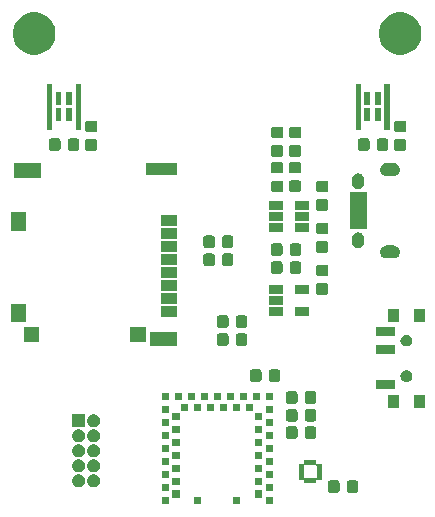
<source format=gbr>
G04 #@! TF.GenerationSoftware,KiCad,Pcbnew,5.0.2-bee76a0~70~ubuntu18.04.1*
G04 #@! TF.CreationDate,2019-06-28T20:51:35+02:00*
G04 #@! TF.ProjectId,rythm_badge_tudelft,72797468-6d5f-4626-9164-67655f747564,rev?*
G04 #@! TF.SameCoordinates,Original*
G04 #@! TF.FileFunction,Soldermask,Top*
G04 #@! TF.FilePolarity,Negative*
%FSLAX46Y46*%
G04 Gerber Fmt 4.6, Leading zero omitted, Abs format (unit mm)*
G04 Created by KiCad (PCBNEW 5.0.2-bee76a0~70~ubuntu18.04.1) date vr 28 jun 2019 20:51:35 CEST*
%MOMM*%
%LPD*%
G01*
G04 APERTURE LIST*
%ADD10C,0.100000*%
G04 APERTURE END LIST*
D10*
G36*
X98700000Y-91650000D02*
X98100000Y-91650000D01*
X98100000Y-91050000D01*
X98700000Y-91050000D01*
X98700000Y-91650000D01*
X98700000Y-91650000D01*
G37*
G36*
X95950000Y-91650000D02*
X95350000Y-91650000D01*
X95350000Y-91050000D01*
X95950000Y-91050000D01*
X95950000Y-91650000D01*
X95950000Y-91650000D01*
G37*
G36*
X92650000Y-91650000D02*
X92050000Y-91650000D01*
X92050000Y-91050000D01*
X92650000Y-91050000D01*
X92650000Y-91650000D01*
X92650000Y-91650000D01*
G37*
G36*
X89900000Y-91650000D02*
X89300000Y-91650000D01*
X89300000Y-91050000D01*
X89900000Y-91050000D01*
X89900000Y-91650000D01*
X89900000Y-91650000D01*
G37*
G36*
X97750000Y-91100000D02*
X97150000Y-91100000D01*
X97150000Y-90500000D01*
X97750000Y-90500000D01*
X97750000Y-91100000D01*
X97750000Y-91100000D01*
G37*
G36*
X90800000Y-91100000D02*
X90200000Y-91100000D01*
X90200000Y-90500000D01*
X90800000Y-90500000D01*
X90800000Y-91100000D01*
X90800000Y-91100000D01*
G37*
G36*
X104182396Y-89649313D02*
X104220907Y-89660995D01*
X104256400Y-89679966D01*
X104287506Y-89705494D01*
X104313034Y-89736600D01*
X104332005Y-89772093D01*
X104343687Y-89810604D01*
X104348000Y-89854393D01*
X104348000Y-90485607D01*
X104343687Y-90529396D01*
X104332005Y-90567907D01*
X104313034Y-90603400D01*
X104287506Y-90634506D01*
X104256400Y-90660034D01*
X104220907Y-90679005D01*
X104182396Y-90690687D01*
X104138607Y-90695000D01*
X103582393Y-90695000D01*
X103538604Y-90690687D01*
X103500093Y-90679005D01*
X103464600Y-90660034D01*
X103433494Y-90634506D01*
X103407966Y-90603400D01*
X103388995Y-90567907D01*
X103377313Y-90529396D01*
X103373000Y-90485607D01*
X103373000Y-89854393D01*
X103377313Y-89810604D01*
X103388995Y-89772093D01*
X103407966Y-89736600D01*
X103433494Y-89705494D01*
X103464600Y-89679966D01*
X103500093Y-89660995D01*
X103538604Y-89649313D01*
X103582393Y-89645000D01*
X104138607Y-89645000D01*
X104182396Y-89649313D01*
X104182396Y-89649313D01*
G37*
G36*
X105757396Y-89649313D02*
X105795907Y-89660995D01*
X105831400Y-89679966D01*
X105862506Y-89705494D01*
X105888034Y-89736600D01*
X105907005Y-89772093D01*
X105918687Y-89810604D01*
X105923000Y-89854393D01*
X105923000Y-90485607D01*
X105918687Y-90529396D01*
X105907005Y-90567907D01*
X105888034Y-90603400D01*
X105862506Y-90634506D01*
X105831400Y-90660034D01*
X105795907Y-90679005D01*
X105757396Y-90690687D01*
X105713607Y-90695000D01*
X105157393Y-90695000D01*
X105113604Y-90690687D01*
X105075093Y-90679005D01*
X105039600Y-90660034D01*
X105008494Y-90634506D01*
X104982966Y-90603400D01*
X104963995Y-90567907D01*
X104952313Y-90529396D01*
X104948000Y-90485607D01*
X104948000Y-89854393D01*
X104952313Y-89810604D01*
X104963995Y-89772093D01*
X104982966Y-89736600D01*
X105008494Y-89705494D01*
X105039600Y-89679966D01*
X105075093Y-89660995D01*
X105113604Y-89649313D01*
X105157393Y-89645000D01*
X105713607Y-89645000D01*
X105757396Y-89649313D01*
X105757396Y-89649313D01*
G37*
G36*
X98700000Y-90550000D02*
X98100000Y-90550000D01*
X98100000Y-89950000D01*
X98700000Y-89950000D01*
X98700000Y-90550000D01*
X98700000Y-90550000D01*
G37*
G36*
X89900000Y-90550000D02*
X89300000Y-90550000D01*
X89300000Y-89950000D01*
X89900000Y-89950000D01*
X89900000Y-90550000D01*
X89900000Y-90550000D01*
G37*
G36*
X83635719Y-89119958D02*
X83739394Y-89151408D01*
X83834942Y-89202479D01*
X83918690Y-89271210D01*
X83987421Y-89354958D01*
X84038492Y-89450506D01*
X84069942Y-89554181D01*
X84080561Y-89662000D01*
X84069942Y-89769819D01*
X84038492Y-89873494D01*
X83987421Y-89969042D01*
X83918690Y-90052790D01*
X83834942Y-90121521D01*
X83739394Y-90172592D01*
X83635719Y-90204042D01*
X83554918Y-90212000D01*
X83500882Y-90212000D01*
X83420081Y-90204042D01*
X83316406Y-90172592D01*
X83220858Y-90121521D01*
X83137110Y-90052790D01*
X83068379Y-89969042D01*
X83017308Y-89873494D01*
X82985858Y-89769819D01*
X82975239Y-89662000D01*
X82985858Y-89554181D01*
X83017308Y-89450506D01*
X83068379Y-89354958D01*
X83137110Y-89271210D01*
X83220858Y-89202479D01*
X83316406Y-89151408D01*
X83420081Y-89119958D01*
X83500882Y-89112000D01*
X83554918Y-89112000D01*
X83635719Y-89119958D01*
X83635719Y-89119958D01*
G37*
G36*
X82365719Y-89119958D02*
X82469394Y-89151408D01*
X82564942Y-89202479D01*
X82648690Y-89271210D01*
X82717421Y-89354958D01*
X82768492Y-89450506D01*
X82799942Y-89554181D01*
X82810561Y-89662000D01*
X82799942Y-89769819D01*
X82768492Y-89873494D01*
X82717421Y-89969042D01*
X82648690Y-90052790D01*
X82564942Y-90121521D01*
X82469394Y-90172592D01*
X82365719Y-90204042D01*
X82284918Y-90212000D01*
X82230882Y-90212000D01*
X82150081Y-90204042D01*
X82046406Y-90172592D01*
X81950858Y-90121521D01*
X81867110Y-90052790D01*
X81798379Y-89969042D01*
X81747308Y-89873494D01*
X81715858Y-89769819D01*
X81705239Y-89662000D01*
X81715858Y-89554181D01*
X81747308Y-89450506D01*
X81798379Y-89354958D01*
X81867110Y-89271210D01*
X81950858Y-89202479D01*
X82046406Y-89151408D01*
X82150081Y-89119958D01*
X82230882Y-89112000D01*
X82284918Y-89112000D01*
X82365719Y-89119958D01*
X82365719Y-89119958D01*
G37*
G36*
X97750000Y-90000000D02*
X97150000Y-90000000D01*
X97150000Y-89400000D01*
X97750000Y-89400000D01*
X97750000Y-90000000D01*
X97750000Y-90000000D01*
G37*
G36*
X90800000Y-90000000D02*
X90200000Y-90000000D01*
X90200000Y-89400000D01*
X90800000Y-89400000D01*
X90800000Y-90000000D01*
X90800000Y-90000000D01*
G37*
G36*
X102354000Y-88148800D02*
X102355464Y-88163666D01*
X102359800Y-88177960D01*
X102366842Y-88191134D01*
X102376318Y-88202682D01*
X102387866Y-88212158D01*
X102401040Y-88219200D01*
X102415334Y-88223536D01*
X102430200Y-88225000D01*
X102829000Y-88225000D01*
X102829000Y-89575000D01*
X102430200Y-89575000D01*
X102415334Y-89576464D01*
X102401040Y-89580800D01*
X102387866Y-89587842D01*
X102376318Y-89597318D01*
X102366842Y-89608866D01*
X102359800Y-89622040D01*
X102355464Y-89636334D01*
X102354000Y-89651200D01*
X102354000Y-89875000D01*
X101354000Y-89875000D01*
X101354000Y-89651200D01*
X101352536Y-89636334D01*
X101348200Y-89622040D01*
X101341158Y-89608866D01*
X101331682Y-89597318D01*
X101320134Y-89587842D01*
X101306960Y-89580800D01*
X101292666Y-89576464D01*
X101277800Y-89575000D01*
X100879000Y-89575000D01*
X100879000Y-88426200D01*
X101304000Y-88426200D01*
X101304000Y-89373800D01*
X101305464Y-89388666D01*
X101309800Y-89402960D01*
X101316842Y-89416134D01*
X101326318Y-89427682D01*
X101337866Y-89437158D01*
X101351040Y-89444200D01*
X101365334Y-89448536D01*
X101380200Y-89450000D01*
X102327800Y-89450000D01*
X102342666Y-89448536D01*
X102356960Y-89444200D01*
X102370134Y-89437158D01*
X102381682Y-89427682D01*
X102391158Y-89416134D01*
X102398200Y-89402960D01*
X102402536Y-89388666D01*
X102404000Y-89373800D01*
X102404000Y-88426200D01*
X102402536Y-88411334D01*
X102398200Y-88397040D01*
X102391158Y-88383866D01*
X102381682Y-88372318D01*
X102370134Y-88362842D01*
X102356960Y-88355800D01*
X102342666Y-88351464D01*
X102327800Y-88350000D01*
X101380200Y-88350000D01*
X101365334Y-88351464D01*
X101351040Y-88355800D01*
X101337866Y-88362842D01*
X101326318Y-88372318D01*
X101316842Y-88383866D01*
X101309800Y-88397040D01*
X101305464Y-88411334D01*
X101304000Y-88426200D01*
X100879000Y-88426200D01*
X100879000Y-88225000D01*
X101277800Y-88225000D01*
X101292666Y-88223536D01*
X101306960Y-88219200D01*
X101320134Y-88212158D01*
X101331682Y-88202682D01*
X101341158Y-88191134D01*
X101348200Y-88177960D01*
X101352536Y-88163666D01*
X101354000Y-88148800D01*
X101354000Y-87925000D01*
X102354000Y-87925000D01*
X102354000Y-88148800D01*
X102354000Y-88148800D01*
G37*
G36*
X98700000Y-89450000D02*
X98100000Y-89450000D01*
X98100000Y-88850000D01*
X98700000Y-88850000D01*
X98700000Y-89450000D01*
X98700000Y-89450000D01*
G37*
G36*
X89900000Y-89450000D02*
X89300000Y-89450000D01*
X89300000Y-88850000D01*
X89900000Y-88850000D01*
X89900000Y-89450000D01*
X89900000Y-89450000D01*
G37*
G36*
X83635719Y-87849958D02*
X83739394Y-87881408D01*
X83834942Y-87932479D01*
X83918690Y-88001210D01*
X83987421Y-88084958D01*
X84038492Y-88180506D01*
X84069942Y-88284181D01*
X84080561Y-88392000D01*
X84069942Y-88499819D01*
X84038492Y-88603494D01*
X83987421Y-88699042D01*
X83918690Y-88782790D01*
X83834942Y-88851521D01*
X83739394Y-88902592D01*
X83635719Y-88934042D01*
X83554918Y-88942000D01*
X83500882Y-88942000D01*
X83420081Y-88934042D01*
X83316406Y-88902592D01*
X83220858Y-88851521D01*
X83137110Y-88782790D01*
X83068379Y-88699042D01*
X83017308Y-88603494D01*
X82985858Y-88499819D01*
X82975239Y-88392000D01*
X82985858Y-88284181D01*
X83017308Y-88180506D01*
X83068379Y-88084958D01*
X83137110Y-88001210D01*
X83220858Y-87932479D01*
X83316406Y-87881408D01*
X83420081Y-87849958D01*
X83500882Y-87842000D01*
X83554918Y-87842000D01*
X83635719Y-87849958D01*
X83635719Y-87849958D01*
G37*
G36*
X82365719Y-87849958D02*
X82469394Y-87881408D01*
X82564942Y-87932479D01*
X82648690Y-88001210D01*
X82717421Y-88084958D01*
X82768492Y-88180506D01*
X82799942Y-88284181D01*
X82810561Y-88392000D01*
X82799942Y-88499819D01*
X82768492Y-88603494D01*
X82717421Y-88699042D01*
X82648690Y-88782790D01*
X82564942Y-88851521D01*
X82469394Y-88902592D01*
X82365719Y-88934042D01*
X82284918Y-88942000D01*
X82230882Y-88942000D01*
X82150081Y-88934042D01*
X82046406Y-88902592D01*
X81950858Y-88851521D01*
X81867110Y-88782790D01*
X81798379Y-88699042D01*
X81747308Y-88603494D01*
X81715858Y-88499819D01*
X81705239Y-88392000D01*
X81715858Y-88284181D01*
X81747308Y-88180506D01*
X81798379Y-88084958D01*
X81867110Y-88001210D01*
X81950858Y-87932479D01*
X82046406Y-87881408D01*
X82150081Y-87849958D01*
X82230882Y-87842000D01*
X82284918Y-87842000D01*
X82365719Y-87849958D01*
X82365719Y-87849958D01*
G37*
G36*
X97750000Y-88900000D02*
X97150000Y-88900000D01*
X97150000Y-88300000D01*
X97750000Y-88300000D01*
X97750000Y-88900000D01*
X97750000Y-88900000D01*
G37*
G36*
X90800000Y-88900000D02*
X90200000Y-88900000D01*
X90200000Y-88300000D01*
X90800000Y-88300000D01*
X90800000Y-88900000D01*
X90800000Y-88900000D01*
G37*
G36*
X89900000Y-88350000D02*
X89300000Y-88350000D01*
X89300000Y-87750000D01*
X89900000Y-87750000D01*
X89900000Y-88350000D01*
X89900000Y-88350000D01*
G37*
G36*
X98700000Y-88350000D02*
X98100000Y-88350000D01*
X98100000Y-87750000D01*
X98700000Y-87750000D01*
X98700000Y-88350000D01*
X98700000Y-88350000D01*
G37*
G36*
X97750000Y-87800000D02*
X97150000Y-87800000D01*
X97150000Y-87200000D01*
X97750000Y-87200000D01*
X97750000Y-87800000D01*
X97750000Y-87800000D01*
G37*
G36*
X90800000Y-87800000D02*
X90200000Y-87800000D01*
X90200000Y-87200000D01*
X90800000Y-87200000D01*
X90800000Y-87800000D01*
X90800000Y-87800000D01*
G37*
G36*
X83635719Y-86579958D02*
X83739394Y-86611408D01*
X83834942Y-86662479D01*
X83918690Y-86731210D01*
X83987421Y-86814958D01*
X84038492Y-86910506D01*
X84069942Y-87014181D01*
X84080561Y-87122000D01*
X84069942Y-87229819D01*
X84038492Y-87333494D01*
X83987421Y-87429042D01*
X83918690Y-87512790D01*
X83834942Y-87581521D01*
X83739394Y-87632592D01*
X83635719Y-87664042D01*
X83554918Y-87672000D01*
X83500882Y-87672000D01*
X83420081Y-87664042D01*
X83316406Y-87632592D01*
X83220858Y-87581521D01*
X83137110Y-87512790D01*
X83068379Y-87429042D01*
X83017308Y-87333494D01*
X82985858Y-87229819D01*
X82975239Y-87122000D01*
X82985858Y-87014181D01*
X83017308Y-86910506D01*
X83068379Y-86814958D01*
X83137110Y-86731210D01*
X83220858Y-86662479D01*
X83316406Y-86611408D01*
X83420081Y-86579958D01*
X83500882Y-86572000D01*
X83554918Y-86572000D01*
X83635719Y-86579958D01*
X83635719Y-86579958D01*
G37*
G36*
X82365719Y-86579958D02*
X82469394Y-86611408D01*
X82564942Y-86662479D01*
X82648690Y-86731210D01*
X82717421Y-86814958D01*
X82768492Y-86910506D01*
X82799942Y-87014181D01*
X82810561Y-87122000D01*
X82799942Y-87229819D01*
X82768492Y-87333494D01*
X82717421Y-87429042D01*
X82648690Y-87512790D01*
X82564942Y-87581521D01*
X82469394Y-87632592D01*
X82365719Y-87664042D01*
X82284918Y-87672000D01*
X82230882Y-87672000D01*
X82150081Y-87664042D01*
X82046406Y-87632592D01*
X81950858Y-87581521D01*
X81867110Y-87512790D01*
X81798379Y-87429042D01*
X81747308Y-87333494D01*
X81715858Y-87229819D01*
X81705239Y-87122000D01*
X81715858Y-87014181D01*
X81747308Y-86910506D01*
X81798379Y-86814958D01*
X81867110Y-86731210D01*
X81950858Y-86662479D01*
X82046406Y-86611408D01*
X82150081Y-86579958D01*
X82230882Y-86572000D01*
X82284918Y-86572000D01*
X82365719Y-86579958D01*
X82365719Y-86579958D01*
G37*
G36*
X89900000Y-87250000D02*
X89300000Y-87250000D01*
X89300000Y-86650000D01*
X89900000Y-86650000D01*
X89900000Y-87250000D01*
X89900000Y-87250000D01*
G37*
G36*
X98700000Y-87250000D02*
X98100000Y-87250000D01*
X98100000Y-86650000D01*
X98700000Y-86650000D01*
X98700000Y-87250000D01*
X98700000Y-87250000D01*
G37*
G36*
X90800000Y-86700000D02*
X90200000Y-86700000D01*
X90200000Y-86100000D01*
X90800000Y-86100000D01*
X90800000Y-86700000D01*
X90800000Y-86700000D01*
G37*
G36*
X97750000Y-86700000D02*
X97150000Y-86700000D01*
X97150000Y-86100000D01*
X97750000Y-86100000D01*
X97750000Y-86700000D01*
X97750000Y-86700000D01*
G37*
G36*
X83635719Y-85309958D02*
X83739394Y-85341408D01*
X83834942Y-85392479D01*
X83918690Y-85461210D01*
X83987421Y-85544958D01*
X84038492Y-85640506D01*
X84069942Y-85744181D01*
X84080561Y-85852000D01*
X84069942Y-85959819D01*
X84038492Y-86063494D01*
X83987421Y-86159042D01*
X83918690Y-86242790D01*
X83834942Y-86311521D01*
X83739394Y-86362592D01*
X83635719Y-86394042D01*
X83554918Y-86402000D01*
X83500882Y-86402000D01*
X83420081Y-86394042D01*
X83316406Y-86362592D01*
X83220858Y-86311521D01*
X83137110Y-86242790D01*
X83068379Y-86159042D01*
X83017308Y-86063494D01*
X82985858Y-85959819D01*
X82975239Y-85852000D01*
X82985858Y-85744181D01*
X83017308Y-85640506D01*
X83068379Y-85544958D01*
X83137110Y-85461210D01*
X83220858Y-85392479D01*
X83316406Y-85341408D01*
X83420081Y-85309958D01*
X83500882Y-85302000D01*
X83554918Y-85302000D01*
X83635719Y-85309958D01*
X83635719Y-85309958D01*
G37*
G36*
X82365719Y-85309958D02*
X82469394Y-85341408D01*
X82564942Y-85392479D01*
X82648690Y-85461210D01*
X82717421Y-85544958D01*
X82768492Y-85640506D01*
X82799942Y-85744181D01*
X82810561Y-85852000D01*
X82799942Y-85959819D01*
X82768492Y-86063494D01*
X82717421Y-86159042D01*
X82648690Y-86242790D01*
X82564942Y-86311521D01*
X82469394Y-86362592D01*
X82365719Y-86394042D01*
X82284918Y-86402000D01*
X82230882Y-86402000D01*
X82150081Y-86394042D01*
X82046406Y-86362592D01*
X81950858Y-86311521D01*
X81867110Y-86242790D01*
X81798379Y-86159042D01*
X81747308Y-86063494D01*
X81715858Y-85959819D01*
X81705239Y-85852000D01*
X81715858Y-85744181D01*
X81747308Y-85640506D01*
X81798379Y-85544958D01*
X81867110Y-85461210D01*
X81950858Y-85392479D01*
X82046406Y-85341408D01*
X82150081Y-85309958D01*
X82230882Y-85302000D01*
X82284918Y-85302000D01*
X82365719Y-85309958D01*
X82365719Y-85309958D01*
G37*
G36*
X98700000Y-86150000D02*
X98100000Y-86150000D01*
X98100000Y-85550000D01*
X98700000Y-85550000D01*
X98700000Y-86150000D01*
X98700000Y-86150000D01*
G37*
G36*
X89900000Y-86150000D02*
X89300000Y-86150000D01*
X89300000Y-85550000D01*
X89900000Y-85550000D01*
X89900000Y-86150000D01*
X89900000Y-86150000D01*
G37*
G36*
X102201396Y-85077313D02*
X102239907Y-85088995D01*
X102275400Y-85107966D01*
X102306506Y-85133494D01*
X102332034Y-85164600D01*
X102351005Y-85200093D01*
X102362687Y-85238604D01*
X102367000Y-85282393D01*
X102367000Y-85913607D01*
X102362687Y-85957396D01*
X102351005Y-85995907D01*
X102332034Y-86031400D01*
X102306506Y-86062506D01*
X102275400Y-86088034D01*
X102239907Y-86107005D01*
X102201396Y-86118687D01*
X102157607Y-86123000D01*
X101601393Y-86123000D01*
X101557604Y-86118687D01*
X101519093Y-86107005D01*
X101483600Y-86088034D01*
X101452494Y-86062506D01*
X101426966Y-86031400D01*
X101407995Y-85995907D01*
X101396313Y-85957396D01*
X101392000Y-85913607D01*
X101392000Y-85282393D01*
X101396313Y-85238604D01*
X101407995Y-85200093D01*
X101426966Y-85164600D01*
X101452494Y-85133494D01*
X101483600Y-85107966D01*
X101519093Y-85088995D01*
X101557604Y-85077313D01*
X101601393Y-85073000D01*
X102157607Y-85073000D01*
X102201396Y-85077313D01*
X102201396Y-85077313D01*
G37*
G36*
X100626396Y-85077313D02*
X100664907Y-85088995D01*
X100700400Y-85107966D01*
X100731506Y-85133494D01*
X100757034Y-85164600D01*
X100776005Y-85200093D01*
X100787687Y-85238604D01*
X100792000Y-85282393D01*
X100792000Y-85913607D01*
X100787687Y-85957396D01*
X100776005Y-85995907D01*
X100757034Y-86031400D01*
X100731506Y-86062506D01*
X100700400Y-86088034D01*
X100664907Y-86107005D01*
X100626396Y-86118687D01*
X100582607Y-86123000D01*
X100026393Y-86123000D01*
X99982604Y-86118687D01*
X99944093Y-86107005D01*
X99908600Y-86088034D01*
X99877494Y-86062506D01*
X99851966Y-86031400D01*
X99832995Y-85995907D01*
X99821313Y-85957396D01*
X99817000Y-85913607D01*
X99817000Y-85282393D01*
X99821313Y-85238604D01*
X99832995Y-85200093D01*
X99851966Y-85164600D01*
X99877494Y-85133494D01*
X99908600Y-85107966D01*
X99944093Y-85088995D01*
X99982604Y-85077313D01*
X100026393Y-85073000D01*
X100582607Y-85073000D01*
X100626396Y-85077313D01*
X100626396Y-85077313D01*
G37*
G36*
X97750000Y-85600000D02*
X97150000Y-85600000D01*
X97150000Y-85000000D01*
X97750000Y-85000000D01*
X97750000Y-85600000D01*
X97750000Y-85600000D01*
G37*
G36*
X90800000Y-85600000D02*
X90200000Y-85600000D01*
X90200000Y-85000000D01*
X90800000Y-85000000D01*
X90800000Y-85600000D01*
X90800000Y-85600000D01*
G37*
G36*
X83635719Y-84039958D02*
X83739394Y-84071408D01*
X83834942Y-84122479D01*
X83918690Y-84191210D01*
X83987421Y-84274958D01*
X84038492Y-84370506D01*
X84069942Y-84474181D01*
X84080561Y-84582000D01*
X84069942Y-84689819D01*
X84038492Y-84793494D01*
X83987421Y-84889042D01*
X83918690Y-84972790D01*
X83834942Y-85041521D01*
X83739394Y-85092592D01*
X83635719Y-85124042D01*
X83554918Y-85132000D01*
X83500882Y-85132000D01*
X83420081Y-85124042D01*
X83316406Y-85092592D01*
X83220858Y-85041521D01*
X83137110Y-84972790D01*
X83068379Y-84889042D01*
X83017308Y-84793494D01*
X82985858Y-84689819D01*
X82975239Y-84582000D01*
X82985858Y-84474181D01*
X83017308Y-84370506D01*
X83068379Y-84274958D01*
X83137110Y-84191210D01*
X83220858Y-84122479D01*
X83316406Y-84071408D01*
X83420081Y-84039958D01*
X83500882Y-84032000D01*
X83554918Y-84032000D01*
X83635719Y-84039958D01*
X83635719Y-84039958D01*
G37*
G36*
X82807900Y-85132000D02*
X81707900Y-85132000D01*
X81707900Y-84032000D01*
X82807900Y-84032000D01*
X82807900Y-85132000D01*
X82807900Y-85132000D01*
G37*
G36*
X98700000Y-85050000D02*
X98100000Y-85050000D01*
X98100000Y-84450000D01*
X98700000Y-84450000D01*
X98700000Y-85050000D01*
X98700000Y-85050000D01*
G37*
G36*
X89900000Y-85050000D02*
X89300000Y-85050000D01*
X89300000Y-84450000D01*
X89900000Y-84450000D01*
X89900000Y-85050000D01*
X89900000Y-85050000D01*
G37*
G36*
X102201396Y-83615714D02*
X102239907Y-83627396D01*
X102275400Y-83646367D01*
X102306506Y-83671895D01*
X102332034Y-83703001D01*
X102351005Y-83738494D01*
X102362687Y-83777005D01*
X102367000Y-83820794D01*
X102367000Y-84452008D01*
X102362687Y-84495797D01*
X102351005Y-84534308D01*
X102332034Y-84569801D01*
X102306506Y-84600907D01*
X102275400Y-84626435D01*
X102239907Y-84645406D01*
X102201396Y-84657088D01*
X102157607Y-84661401D01*
X101601393Y-84661401D01*
X101557604Y-84657088D01*
X101519093Y-84645406D01*
X101483600Y-84626435D01*
X101452494Y-84600907D01*
X101426966Y-84569801D01*
X101407995Y-84534308D01*
X101396313Y-84495797D01*
X101392000Y-84452008D01*
X101392000Y-83820794D01*
X101396313Y-83777005D01*
X101407995Y-83738494D01*
X101426966Y-83703001D01*
X101452494Y-83671895D01*
X101483600Y-83646367D01*
X101519093Y-83627396D01*
X101557604Y-83615714D01*
X101601393Y-83611401D01*
X102157607Y-83611401D01*
X102201396Y-83615714D01*
X102201396Y-83615714D01*
G37*
G36*
X100626396Y-83615714D02*
X100664907Y-83627396D01*
X100700400Y-83646367D01*
X100731506Y-83671895D01*
X100757034Y-83703001D01*
X100776005Y-83738494D01*
X100787687Y-83777005D01*
X100792000Y-83820794D01*
X100792000Y-84452008D01*
X100787687Y-84495797D01*
X100776005Y-84534308D01*
X100757034Y-84569801D01*
X100731506Y-84600907D01*
X100700400Y-84626435D01*
X100664907Y-84645406D01*
X100626396Y-84657088D01*
X100582607Y-84661401D01*
X100026393Y-84661401D01*
X99982604Y-84657088D01*
X99944093Y-84645406D01*
X99908600Y-84626435D01*
X99877494Y-84600907D01*
X99851966Y-84569801D01*
X99832995Y-84534308D01*
X99821313Y-84495797D01*
X99817000Y-84452008D01*
X99817000Y-83820794D01*
X99821313Y-83777005D01*
X99832995Y-83738494D01*
X99851966Y-83703001D01*
X99877494Y-83671895D01*
X99908600Y-83646367D01*
X99944093Y-83627396D01*
X99982604Y-83615714D01*
X100026393Y-83611401D01*
X100582607Y-83611401D01*
X100626396Y-83615714D01*
X100626396Y-83615714D01*
G37*
G36*
X90800000Y-84500000D02*
X90200000Y-84500000D01*
X90200000Y-83900000D01*
X90800000Y-83900000D01*
X90800000Y-84500000D01*
X90800000Y-84500000D01*
G37*
G36*
X97750000Y-84500000D02*
X97150000Y-84500000D01*
X97150000Y-83900000D01*
X97750000Y-83900000D01*
X97750000Y-84500000D01*
X97750000Y-84500000D01*
G37*
G36*
X89900000Y-83950000D02*
X89300000Y-83950000D01*
X89300000Y-83350000D01*
X89900000Y-83350000D01*
X89900000Y-83950000D01*
X89900000Y-83950000D01*
G37*
G36*
X98700000Y-83950000D02*
X98100000Y-83950000D01*
X98100000Y-83350000D01*
X98700000Y-83350000D01*
X98700000Y-83950000D01*
X98700000Y-83950000D01*
G37*
G36*
X91550000Y-83800000D02*
X90950000Y-83800000D01*
X90950000Y-83200000D01*
X91550000Y-83200000D01*
X91550000Y-83800000D01*
X91550000Y-83800000D01*
G37*
G36*
X93750000Y-83800000D02*
X93150000Y-83800000D01*
X93150000Y-83200000D01*
X93750000Y-83200000D01*
X93750000Y-83800000D01*
X93750000Y-83800000D01*
G37*
G36*
X92650000Y-83800000D02*
X92050000Y-83800000D01*
X92050000Y-83200000D01*
X92650000Y-83200000D01*
X92650000Y-83800000D01*
X92650000Y-83800000D01*
G37*
G36*
X95950000Y-83800000D02*
X95350000Y-83800000D01*
X95350000Y-83200000D01*
X95950000Y-83200000D01*
X95950000Y-83800000D01*
X95950000Y-83800000D01*
G37*
G36*
X97050000Y-83800000D02*
X96450000Y-83800000D01*
X96450000Y-83200000D01*
X97050000Y-83200000D01*
X97050000Y-83800000D01*
X97050000Y-83800000D01*
G37*
G36*
X94850000Y-83800000D02*
X94250000Y-83800000D01*
X94250000Y-83200000D01*
X94850000Y-83200000D01*
X94850000Y-83800000D01*
X94850000Y-83800000D01*
G37*
G36*
X109347200Y-83498800D02*
X108447200Y-83498800D01*
X108447200Y-82398800D01*
X109347200Y-82398800D01*
X109347200Y-83498800D01*
X109347200Y-83498800D01*
G37*
G36*
X111557200Y-83498800D02*
X110657200Y-83498800D01*
X110657200Y-82398800D01*
X111557200Y-82398800D01*
X111557200Y-83498800D01*
X111557200Y-83498800D01*
G37*
G36*
X102201396Y-82105714D02*
X102239907Y-82117396D01*
X102275400Y-82136367D01*
X102306506Y-82161895D01*
X102332034Y-82193001D01*
X102351005Y-82228494D01*
X102362687Y-82267005D01*
X102367000Y-82310794D01*
X102367000Y-82942008D01*
X102362687Y-82985797D01*
X102351005Y-83024308D01*
X102332034Y-83059801D01*
X102306506Y-83090907D01*
X102275400Y-83116435D01*
X102239907Y-83135406D01*
X102201396Y-83147088D01*
X102157607Y-83151401D01*
X101601393Y-83151401D01*
X101557604Y-83147088D01*
X101519093Y-83135406D01*
X101483600Y-83116435D01*
X101452494Y-83090907D01*
X101426966Y-83059801D01*
X101407995Y-83024308D01*
X101396313Y-82985797D01*
X101392000Y-82942008D01*
X101392000Y-82310794D01*
X101396313Y-82267005D01*
X101407995Y-82228494D01*
X101426966Y-82193001D01*
X101452494Y-82161895D01*
X101483600Y-82136367D01*
X101519093Y-82117396D01*
X101557604Y-82105714D01*
X101601393Y-82101401D01*
X102157607Y-82101401D01*
X102201396Y-82105714D01*
X102201396Y-82105714D01*
G37*
G36*
X100626396Y-82105714D02*
X100664907Y-82117396D01*
X100700400Y-82136367D01*
X100731506Y-82161895D01*
X100757034Y-82193001D01*
X100776005Y-82228494D01*
X100787687Y-82267005D01*
X100792000Y-82310794D01*
X100792000Y-82942008D01*
X100787687Y-82985797D01*
X100776005Y-83024308D01*
X100757034Y-83059801D01*
X100731506Y-83090907D01*
X100700400Y-83116435D01*
X100664907Y-83135406D01*
X100626396Y-83147088D01*
X100582607Y-83151401D01*
X100026393Y-83151401D01*
X99982604Y-83147088D01*
X99944093Y-83135406D01*
X99908600Y-83116435D01*
X99877494Y-83090907D01*
X99851966Y-83059801D01*
X99832995Y-83024308D01*
X99821313Y-82985797D01*
X99817000Y-82942008D01*
X99817000Y-82310794D01*
X99821313Y-82267005D01*
X99832995Y-82228494D01*
X99851966Y-82193001D01*
X99877494Y-82161895D01*
X99908600Y-82136367D01*
X99944093Y-82117396D01*
X99982604Y-82105714D01*
X100026393Y-82101401D01*
X100582607Y-82101401D01*
X100626396Y-82105714D01*
X100626396Y-82105714D01*
G37*
G36*
X92100000Y-82850000D02*
X91500000Y-82850000D01*
X91500000Y-82250000D01*
X92100000Y-82250000D01*
X92100000Y-82850000D01*
X92100000Y-82850000D01*
G37*
G36*
X97600000Y-82850000D02*
X97000000Y-82850000D01*
X97000000Y-82250000D01*
X97600000Y-82250000D01*
X97600000Y-82850000D01*
X97600000Y-82850000D01*
G37*
G36*
X96500000Y-82850000D02*
X95900000Y-82850000D01*
X95900000Y-82250000D01*
X96500000Y-82250000D01*
X96500000Y-82850000D01*
X96500000Y-82850000D01*
G37*
G36*
X95400000Y-82850000D02*
X94800000Y-82850000D01*
X94800000Y-82250000D01*
X95400000Y-82250000D01*
X95400000Y-82850000D01*
X95400000Y-82850000D01*
G37*
G36*
X94300000Y-82850000D02*
X93700000Y-82850000D01*
X93700000Y-82250000D01*
X94300000Y-82250000D01*
X94300000Y-82850000D01*
X94300000Y-82850000D01*
G37*
G36*
X93200000Y-82850000D02*
X92600000Y-82850000D01*
X92600000Y-82250000D01*
X93200000Y-82250000D01*
X93200000Y-82850000D01*
X93200000Y-82850000D01*
G37*
G36*
X91000000Y-82850000D02*
X90400000Y-82850000D01*
X90400000Y-82250000D01*
X91000000Y-82250000D01*
X91000000Y-82850000D01*
X91000000Y-82850000D01*
G37*
G36*
X89900000Y-82850000D02*
X89300000Y-82850000D01*
X89300000Y-82250000D01*
X89900000Y-82250000D01*
X89900000Y-82850000D01*
X89900000Y-82850000D01*
G37*
G36*
X98700000Y-82850000D02*
X98100000Y-82850000D01*
X98100000Y-82250000D01*
X98700000Y-82250000D01*
X98700000Y-82850000D01*
X98700000Y-82850000D01*
G37*
G36*
X109047200Y-81948800D02*
X107447200Y-81948800D01*
X107447200Y-81148800D01*
X109047200Y-81148800D01*
X109047200Y-81948800D01*
X109047200Y-81948800D01*
G37*
G36*
X110153045Y-80318015D02*
X110243131Y-80355330D01*
X110244041Y-80355707D01*
X110325928Y-80410422D01*
X110395578Y-80480072D01*
X110450293Y-80561959D01*
X110487985Y-80652956D01*
X110507200Y-80749555D01*
X110507200Y-80848045D01*
X110487985Y-80944644D01*
X110450293Y-81035641D01*
X110395578Y-81117528D01*
X110325928Y-81187178D01*
X110244041Y-81241893D01*
X110244040Y-81241894D01*
X110244039Y-81241894D01*
X110153045Y-81279585D01*
X110056446Y-81298800D01*
X109957954Y-81298800D01*
X109861355Y-81279585D01*
X109770361Y-81241894D01*
X109770360Y-81241894D01*
X109770359Y-81241893D01*
X109688472Y-81187178D01*
X109618822Y-81117528D01*
X109564107Y-81035641D01*
X109526415Y-80944644D01*
X109507200Y-80848045D01*
X109507200Y-80749555D01*
X109526415Y-80652956D01*
X109564107Y-80561959D01*
X109618822Y-80480072D01*
X109688472Y-80410422D01*
X109770359Y-80355707D01*
X109771269Y-80355330D01*
X109861355Y-80318015D01*
X109957954Y-80298800D01*
X110056446Y-80298800D01*
X110153045Y-80318015D01*
X110153045Y-80318015D01*
G37*
G36*
X99153396Y-80251313D02*
X99191907Y-80262995D01*
X99227400Y-80281966D01*
X99258506Y-80307494D01*
X99284034Y-80338600D01*
X99303005Y-80374093D01*
X99314687Y-80412604D01*
X99319000Y-80456393D01*
X99319000Y-81087607D01*
X99314687Y-81131396D01*
X99303005Y-81169907D01*
X99284034Y-81205400D01*
X99258506Y-81236506D01*
X99227400Y-81262034D01*
X99191907Y-81281005D01*
X99153396Y-81292687D01*
X99109607Y-81297000D01*
X98553393Y-81297000D01*
X98509604Y-81292687D01*
X98471093Y-81281005D01*
X98435600Y-81262034D01*
X98404494Y-81236506D01*
X98378966Y-81205400D01*
X98359995Y-81169907D01*
X98348313Y-81131396D01*
X98344000Y-81087607D01*
X98344000Y-80456393D01*
X98348313Y-80412604D01*
X98359995Y-80374093D01*
X98378966Y-80338600D01*
X98404494Y-80307494D01*
X98435600Y-80281966D01*
X98471093Y-80262995D01*
X98509604Y-80251313D01*
X98553393Y-80247000D01*
X99109607Y-80247000D01*
X99153396Y-80251313D01*
X99153396Y-80251313D01*
G37*
G36*
X97578396Y-80251313D02*
X97616907Y-80262995D01*
X97652400Y-80281966D01*
X97683506Y-80307494D01*
X97709034Y-80338600D01*
X97728005Y-80374093D01*
X97739687Y-80412604D01*
X97744000Y-80456393D01*
X97744000Y-81087607D01*
X97739687Y-81131396D01*
X97728005Y-81169907D01*
X97709034Y-81205400D01*
X97683506Y-81236506D01*
X97652400Y-81262034D01*
X97616907Y-81281005D01*
X97578396Y-81292687D01*
X97534607Y-81297000D01*
X96978393Y-81297000D01*
X96934604Y-81292687D01*
X96896093Y-81281005D01*
X96860600Y-81262034D01*
X96829494Y-81236506D01*
X96803966Y-81205400D01*
X96784995Y-81169907D01*
X96773313Y-81131396D01*
X96769000Y-81087607D01*
X96769000Y-80456393D01*
X96773313Y-80412604D01*
X96784995Y-80374093D01*
X96803966Y-80338600D01*
X96829494Y-80307494D01*
X96860600Y-80281966D01*
X96896093Y-80262995D01*
X96934604Y-80251313D01*
X96978393Y-80247000D01*
X97534607Y-80247000D01*
X97578396Y-80251313D01*
X97578396Y-80251313D01*
G37*
G36*
X109047200Y-78948800D02*
X107447200Y-78948800D01*
X107447200Y-78148800D01*
X109047200Y-78148800D01*
X109047200Y-78948800D01*
X109047200Y-78948800D01*
G37*
G36*
X90578300Y-78305800D02*
X88278300Y-78305800D01*
X88278300Y-77055800D01*
X90578300Y-77055800D01*
X90578300Y-78305800D01*
X90578300Y-78305800D01*
G37*
G36*
X110153045Y-77318015D02*
X110228986Y-77349471D01*
X110244041Y-77355707D01*
X110325928Y-77410422D01*
X110395578Y-77480072D01*
X110450293Y-77561959D01*
X110450294Y-77561961D01*
X110487985Y-77652955D01*
X110507200Y-77749554D01*
X110507200Y-77848046D01*
X110487985Y-77944645D01*
X110450294Y-78035639D01*
X110450293Y-78035641D01*
X110395578Y-78117528D01*
X110325928Y-78187178D01*
X110244041Y-78241893D01*
X110244040Y-78241894D01*
X110244039Y-78241894D01*
X110153045Y-78279585D01*
X110056446Y-78298800D01*
X109957954Y-78298800D01*
X109861355Y-78279585D01*
X109770361Y-78241894D01*
X109770360Y-78241894D01*
X109770359Y-78241893D01*
X109688472Y-78187178D01*
X109618822Y-78117528D01*
X109564107Y-78035641D01*
X109564106Y-78035639D01*
X109526415Y-77944645D01*
X109507200Y-77848046D01*
X109507200Y-77749554D01*
X109526415Y-77652955D01*
X109564106Y-77561961D01*
X109564107Y-77561959D01*
X109618822Y-77480072D01*
X109688472Y-77410422D01*
X109770359Y-77355707D01*
X109785414Y-77349471D01*
X109861355Y-77318015D01*
X109957954Y-77298800D01*
X110056446Y-77298800D01*
X110153045Y-77318015D01*
X110153045Y-77318015D01*
G37*
G36*
X96359396Y-77203313D02*
X96397907Y-77214995D01*
X96433400Y-77233966D01*
X96464506Y-77259494D01*
X96490034Y-77290600D01*
X96509005Y-77326093D01*
X96520687Y-77364604D01*
X96525000Y-77408393D01*
X96525000Y-78039607D01*
X96520687Y-78083396D01*
X96509005Y-78121907D01*
X96490034Y-78157400D01*
X96464506Y-78188506D01*
X96433400Y-78214034D01*
X96397907Y-78233005D01*
X96359396Y-78244687D01*
X96315607Y-78249000D01*
X95759393Y-78249000D01*
X95715604Y-78244687D01*
X95677093Y-78233005D01*
X95641600Y-78214034D01*
X95610494Y-78188506D01*
X95584966Y-78157400D01*
X95565995Y-78121907D01*
X95554313Y-78083396D01*
X95550000Y-78039607D01*
X95550000Y-77408393D01*
X95554313Y-77364604D01*
X95565995Y-77326093D01*
X95584966Y-77290600D01*
X95610494Y-77259494D01*
X95641600Y-77233966D01*
X95677093Y-77214995D01*
X95715604Y-77203313D01*
X95759393Y-77199000D01*
X96315607Y-77199000D01*
X96359396Y-77203313D01*
X96359396Y-77203313D01*
G37*
G36*
X94784396Y-77203313D02*
X94822907Y-77214995D01*
X94858400Y-77233966D01*
X94889506Y-77259494D01*
X94915034Y-77290600D01*
X94934005Y-77326093D01*
X94945687Y-77364604D01*
X94950000Y-77408393D01*
X94950000Y-78039607D01*
X94945687Y-78083396D01*
X94934005Y-78121907D01*
X94915034Y-78157400D01*
X94889506Y-78188506D01*
X94858400Y-78214034D01*
X94822907Y-78233005D01*
X94784396Y-78244687D01*
X94740607Y-78249000D01*
X94184393Y-78249000D01*
X94140604Y-78244687D01*
X94102093Y-78233005D01*
X94066600Y-78214034D01*
X94035494Y-78188506D01*
X94009966Y-78157400D01*
X93990995Y-78121907D01*
X93979313Y-78083396D01*
X93975000Y-78039607D01*
X93975000Y-77408393D01*
X93979313Y-77364604D01*
X93990995Y-77326093D01*
X94009966Y-77290600D01*
X94035494Y-77259494D01*
X94066600Y-77233966D01*
X94102093Y-77214995D01*
X94140604Y-77203313D01*
X94184393Y-77199000D01*
X94740607Y-77199000D01*
X94784396Y-77203313D01*
X94784396Y-77203313D01*
G37*
G36*
X87953300Y-77905800D02*
X86603300Y-77905800D01*
X86603300Y-76645800D01*
X87953300Y-76645800D01*
X87953300Y-77905800D01*
X87953300Y-77905800D01*
G37*
G36*
X78928300Y-77905800D02*
X77628300Y-77905800D01*
X77628300Y-76645800D01*
X78928300Y-76645800D01*
X78928300Y-77905800D01*
X78928300Y-77905800D01*
G37*
G36*
X109047200Y-77448800D02*
X107447200Y-77448800D01*
X107447200Y-76648800D01*
X109047200Y-76648800D01*
X109047200Y-77448800D01*
X109047200Y-77448800D01*
G37*
G36*
X96359396Y-75679313D02*
X96397907Y-75690995D01*
X96433400Y-75709966D01*
X96464506Y-75735494D01*
X96490034Y-75766600D01*
X96509005Y-75802093D01*
X96520687Y-75840604D01*
X96525000Y-75884393D01*
X96525000Y-76515607D01*
X96520687Y-76559396D01*
X96509005Y-76597907D01*
X96490034Y-76633400D01*
X96464506Y-76664506D01*
X96433400Y-76690034D01*
X96397907Y-76709005D01*
X96359396Y-76720687D01*
X96315607Y-76725000D01*
X95759393Y-76725000D01*
X95715604Y-76720687D01*
X95677093Y-76709005D01*
X95641600Y-76690034D01*
X95610494Y-76664506D01*
X95584966Y-76633400D01*
X95565995Y-76597907D01*
X95554313Y-76559396D01*
X95550000Y-76515607D01*
X95550000Y-75884393D01*
X95554313Y-75840604D01*
X95565995Y-75802093D01*
X95584966Y-75766600D01*
X95610494Y-75735494D01*
X95641600Y-75709966D01*
X95677093Y-75690995D01*
X95715604Y-75679313D01*
X95759393Y-75675000D01*
X96315607Y-75675000D01*
X96359396Y-75679313D01*
X96359396Y-75679313D01*
G37*
G36*
X94784396Y-75679313D02*
X94822907Y-75690995D01*
X94858400Y-75709966D01*
X94889506Y-75735494D01*
X94915034Y-75766600D01*
X94934005Y-75802093D01*
X94945687Y-75840604D01*
X94950000Y-75884393D01*
X94950000Y-76515607D01*
X94945687Y-76559396D01*
X94934005Y-76597907D01*
X94915034Y-76633400D01*
X94889506Y-76664506D01*
X94858400Y-76690034D01*
X94822907Y-76709005D01*
X94784396Y-76720687D01*
X94740607Y-76725000D01*
X94184393Y-76725000D01*
X94140604Y-76720687D01*
X94102093Y-76709005D01*
X94066600Y-76690034D01*
X94035494Y-76664506D01*
X94009966Y-76633400D01*
X93990995Y-76597907D01*
X93979313Y-76559396D01*
X93975000Y-76515607D01*
X93975000Y-75884393D01*
X93979313Y-75840604D01*
X93990995Y-75802093D01*
X94009966Y-75766600D01*
X94035494Y-75735494D01*
X94066600Y-75709966D01*
X94102093Y-75690995D01*
X94140604Y-75679313D01*
X94184393Y-75675000D01*
X94740607Y-75675000D01*
X94784396Y-75679313D01*
X94784396Y-75679313D01*
G37*
G36*
X77778300Y-76275800D02*
X76528300Y-76275800D01*
X76528300Y-74675800D01*
X77778300Y-74675800D01*
X77778300Y-76275800D01*
X77778300Y-76275800D01*
G37*
G36*
X111557200Y-76198800D02*
X110657200Y-76198800D01*
X110657200Y-75098800D01*
X111557200Y-75098800D01*
X111557200Y-76198800D01*
X111557200Y-76198800D01*
G37*
G36*
X109347200Y-76198800D02*
X108447200Y-76198800D01*
X108447200Y-75098800D01*
X109347200Y-75098800D01*
X109347200Y-76198800D01*
X109347200Y-76198800D01*
G37*
G36*
X90578300Y-75785800D02*
X89238300Y-75785800D01*
X89238300Y-74885800D01*
X90578300Y-74885800D01*
X90578300Y-75785800D01*
X90578300Y-75785800D01*
G37*
G36*
X99556000Y-75747000D02*
X98396000Y-75747000D01*
X98396000Y-74997000D01*
X99556000Y-74997000D01*
X99556000Y-75747000D01*
X99556000Y-75747000D01*
G37*
G36*
X101756000Y-75747000D02*
X100596000Y-75747000D01*
X100596000Y-74997000D01*
X101756000Y-74997000D01*
X101756000Y-75747000D01*
X101756000Y-75747000D01*
G37*
G36*
X99556000Y-74797000D02*
X98396000Y-74797000D01*
X98396000Y-74047000D01*
X99556000Y-74047000D01*
X99556000Y-74797000D01*
X99556000Y-74797000D01*
G37*
G36*
X90578300Y-74685800D02*
X89238300Y-74685800D01*
X89238300Y-73785800D01*
X90578300Y-73785800D01*
X90578300Y-74685800D01*
X90578300Y-74685800D01*
G37*
G36*
X103229396Y-72948313D02*
X103267907Y-72959995D01*
X103303400Y-72978966D01*
X103334506Y-73004494D01*
X103360034Y-73035600D01*
X103379005Y-73071093D01*
X103390687Y-73109604D01*
X103395000Y-73153393D01*
X103395000Y-73709607D01*
X103390687Y-73753396D01*
X103379005Y-73791907D01*
X103360034Y-73827400D01*
X103334506Y-73858506D01*
X103303400Y-73884034D01*
X103267907Y-73903005D01*
X103229396Y-73914687D01*
X103185607Y-73919000D01*
X102554393Y-73919000D01*
X102510604Y-73914687D01*
X102472093Y-73903005D01*
X102436600Y-73884034D01*
X102405494Y-73858506D01*
X102379966Y-73827400D01*
X102360995Y-73791907D01*
X102349313Y-73753396D01*
X102345000Y-73709607D01*
X102345000Y-73153393D01*
X102349313Y-73109604D01*
X102360995Y-73071093D01*
X102379966Y-73035600D01*
X102405494Y-73004494D01*
X102436600Y-72978966D01*
X102472093Y-72959995D01*
X102510604Y-72948313D01*
X102554393Y-72944000D01*
X103185607Y-72944000D01*
X103229396Y-72948313D01*
X103229396Y-72948313D01*
G37*
G36*
X101756000Y-73847000D02*
X100596000Y-73847000D01*
X100596000Y-73097000D01*
X101756000Y-73097000D01*
X101756000Y-73847000D01*
X101756000Y-73847000D01*
G37*
G36*
X99556000Y-73847000D02*
X98396000Y-73847000D01*
X98396000Y-73097000D01*
X99556000Y-73097000D01*
X99556000Y-73847000D01*
X99556000Y-73847000D01*
G37*
G36*
X90578300Y-73585800D02*
X89238300Y-73585800D01*
X89238300Y-72685800D01*
X90578300Y-72685800D01*
X90578300Y-73585800D01*
X90578300Y-73585800D01*
G37*
G36*
X90578300Y-72485800D02*
X89238300Y-72485800D01*
X89238300Y-71585800D01*
X90578300Y-71585800D01*
X90578300Y-72485800D01*
X90578300Y-72485800D01*
G37*
G36*
X103229396Y-71373313D02*
X103267907Y-71384995D01*
X103303400Y-71403966D01*
X103334506Y-71429494D01*
X103360034Y-71460600D01*
X103379005Y-71496093D01*
X103390687Y-71534604D01*
X103395000Y-71578393D01*
X103395000Y-72134607D01*
X103390687Y-72178396D01*
X103379005Y-72216907D01*
X103360034Y-72252400D01*
X103334506Y-72283506D01*
X103303400Y-72309034D01*
X103267907Y-72328005D01*
X103229396Y-72339687D01*
X103185607Y-72344000D01*
X102554393Y-72344000D01*
X102510604Y-72339687D01*
X102472093Y-72328005D01*
X102436600Y-72309034D01*
X102405494Y-72283506D01*
X102379966Y-72252400D01*
X102360995Y-72216907D01*
X102349313Y-72178396D01*
X102345000Y-72134607D01*
X102345000Y-71578393D01*
X102349313Y-71534604D01*
X102360995Y-71496093D01*
X102379966Y-71460600D01*
X102405494Y-71429494D01*
X102436600Y-71403966D01*
X102472093Y-71384995D01*
X102510604Y-71373313D01*
X102554393Y-71369000D01*
X103185607Y-71369000D01*
X103229396Y-71373313D01*
X103229396Y-71373313D01*
G37*
G36*
X100931396Y-71107313D02*
X100969907Y-71118995D01*
X101005400Y-71137966D01*
X101036506Y-71163494D01*
X101062034Y-71194600D01*
X101081005Y-71230093D01*
X101092687Y-71268604D01*
X101097000Y-71312393D01*
X101097000Y-71943607D01*
X101092687Y-71987396D01*
X101081005Y-72025907D01*
X101062034Y-72061400D01*
X101036506Y-72092506D01*
X101005400Y-72118034D01*
X100969907Y-72137005D01*
X100931396Y-72148687D01*
X100887607Y-72153000D01*
X100331393Y-72153000D01*
X100287604Y-72148687D01*
X100249093Y-72137005D01*
X100213600Y-72118034D01*
X100182494Y-72092506D01*
X100156966Y-72061400D01*
X100137995Y-72025907D01*
X100126313Y-71987396D01*
X100122000Y-71943607D01*
X100122000Y-71312393D01*
X100126313Y-71268604D01*
X100137995Y-71230093D01*
X100156966Y-71194600D01*
X100182494Y-71163494D01*
X100213600Y-71137966D01*
X100249093Y-71118995D01*
X100287604Y-71107313D01*
X100331393Y-71103000D01*
X100887607Y-71103000D01*
X100931396Y-71107313D01*
X100931396Y-71107313D01*
G37*
G36*
X99356396Y-71107313D02*
X99394907Y-71118995D01*
X99430400Y-71137966D01*
X99461506Y-71163494D01*
X99487034Y-71194600D01*
X99506005Y-71230093D01*
X99517687Y-71268604D01*
X99522000Y-71312393D01*
X99522000Y-71943607D01*
X99517687Y-71987396D01*
X99506005Y-72025907D01*
X99487034Y-72061400D01*
X99461506Y-72092506D01*
X99430400Y-72118034D01*
X99394907Y-72137005D01*
X99356396Y-72148687D01*
X99312607Y-72153000D01*
X98756393Y-72153000D01*
X98712604Y-72148687D01*
X98674093Y-72137005D01*
X98638600Y-72118034D01*
X98607494Y-72092506D01*
X98581966Y-72061400D01*
X98562995Y-72025907D01*
X98551313Y-71987396D01*
X98547000Y-71943607D01*
X98547000Y-71312393D01*
X98551313Y-71268604D01*
X98562995Y-71230093D01*
X98581966Y-71194600D01*
X98607494Y-71163494D01*
X98638600Y-71137966D01*
X98674093Y-71118995D01*
X98712604Y-71107313D01*
X98756393Y-71103000D01*
X99312607Y-71103000D01*
X99356396Y-71107313D01*
X99356396Y-71107313D01*
G37*
G36*
X95199727Y-70436507D02*
X95238238Y-70448189D01*
X95273731Y-70467160D01*
X95304837Y-70492688D01*
X95330365Y-70523794D01*
X95349336Y-70559287D01*
X95361018Y-70597798D01*
X95365331Y-70641587D01*
X95365331Y-71272801D01*
X95361018Y-71316590D01*
X95349336Y-71355101D01*
X95330365Y-71390594D01*
X95304837Y-71421700D01*
X95273731Y-71447228D01*
X95238238Y-71466199D01*
X95199727Y-71477881D01*
X95155938Y-71482194D01*
X94599724Y-71482194D01*
X94555935Y-71477881D01*
X94517424Y-71466199D01*
X94481931Y-71447228D01*
X94450825Y-71421700D01*
X94425297Y-71390594D01*
X94406326Y-71355101D01*
X94394644Y-71316590D01*
X94390331Y-71272801D01*
X94390331Y-70641587D01*
X94394644Y-70597798D01*
X94406326Y-70559287D01*
X94425297Y-70523794D01*
X94450825Y-70492688D01*
X94481931Y-70467160D01*
X94517424Y-70448189D01*
X94555935Y-70436507D01*
X94599724Y-70432194D01*
X95155938Y-70432194D01*
X95199727Y-70436507D01*
X95199727Y-70436507D01*
G37*
G36*
X93624727Y-70436507D02*
X93663238Y-70448189D01*
X93698731Y-70467160D01*
X93729837Y-70492688D01*
X93755365Y-70523794D01*
X93774336Y-70559287D01*
X93786018Y-70597798D01*
X93790331Y-70641587D01*
X93790331Y-71272801D01*
X93786018Y-71316590D01*
X93774336Y-71355101D01*
X93755365Y-71390594D01*
X93729837Y-71421700D01*
X93698731Y-71447228D01*
X93663238Y-71466199D01*
X93624727Y-71477881D01*
X93580938Y-71482194D01*
X93024724Y-71482194D01*
X92980935Y-71477881D01*
X92942424Y-71466199D01*
X92906931Y-71447228D01*
X92875825Y-71421700D01*
X92850297Y-71390594D01*
X92831326Y-71355101D01*
X92819644Y-71316590D01*
X92815331Y-71272801D01*
X92815331Y-70641587D01*
X92819644Y-70597798D01*
X92831326Y-70559287D01*
X92850297Y-70523794D01*
X92875825Y-70492688D01*
X92906931Y-70467160D01*
X92942424Y-70448189D01*
X92980935Y-70436507D01*
X93024724Y-70432194D01*
X93580938Y-70432194D01*
X93624727Y-70436507D01*
X93624727Y-70436507D01*
G37*
G36*
X90578300Y-71385800D02*
X89238300Y-71385800D01*
X89238300Y-70485800D01*
X90578300Y-70485800D01*
X90578300Y-71385800D01*
X90578300Y-71385800D01*
G37*
G36*
X109000819Y-69759958D02*
X109104494Y-69791408D01*
X109200042Y-69842479D01*
X109283790Y-69911210D01*
X109352521Y-69994958D01*
X109403592Y-70090506D01*
X109435042Y-70194181D01*
X109445661Y-70302000D01*
X109435042Y-70409819D01*
X109403592Y-70513494D01*
X109352521Y-70609042D01*
X109283790Y-70692790D01*
X109200042Y-70761521D01*
X109104494Y-70812592D01*
X109000819Y-70844042D01*
X108920018Y-70852000D01*
X108315982Y-70852000D01*
X108235181Y-70844042D01*
X108131506Y-70812592D01*
X108035958Y-70761521D01*
X107952210Y-70692790D01*
X107883479Y-70609042D01*
X107832408Y-70513494D01*
X107800958Y-70409819D01*
X107790339Y-70302000D01*
X107800958Y-70194181D01*
X107832408Y-70090506D01*
X107883479Y-69994958D01*
X107952210Y-69911210D01*
X108035958Y-69842479D01*
X108131506Y-69791408D01*
X108235181Y-69759958D01*
X108315982Y-69752000D01*
X108920018Y-69752000D01*
X109000819Y-69759958D01*
X109000819Y-69759958D01*
G37*
G36*
X99356396Y-69583313D02*
X99394907Y-69594995D01*
X99430400Y-69613966D01*
X99461506Y-69639494D01*
X99487034Y-69670600D01*
X99506005Y-69706093D01*
X99517687Y-69744604D01*
X99522000Y-69788393D01*
X99522000Y-70419607D01*
X99517687Y-70463396D01*
X99506005Y-70501907D01*
X99487034Y-70537400D01*
X99461506Y-70568506D01*
X99430400Y-70594034D01*
X99394907Y-70613005D01*
X99356396Y-70624687D01*
X99312607Y-70629000D01*
X98756393Y-70629000D01*
X98712604Y-70624687D01*
X98674093Y-70613005D01*
X98638600Y-70594034D01*
X98607494Y-70568506D01*
X98581966Y-70537400D01*
X98562995Y-70501907D01*
X98551313Y-70463396D01*
X98547000Y-70419607D01*
X98547000Y-69788393D01*
X98551313Y-69744604D01*
X98562995Y-69706093D01*
X98581966Y-69670600D01*
X98607494Y-69639494D01*
X98638600Y-69613966D01*
X98674093Y-69594995D01*
X98712604Y-69583313D01*
X98756393Y-69579000D01*
X99312607Y-69579000D01*
X99356396Y-69583313D01*
X99356396Y-69583313D01*
G37*
G36*
X100931396Y-69583313D02*
X100969907Y-69594995D01*
X101005400Y-69613966D01*
X101036506Y-69639494D01*
X101062034Y-69670600D01*
X101081005Y-69706093D01*
X101092687Y-69744604D01*
X101097000Y-69788393D01*
X101097000Y-70419607D01*
X101092687Y-70463396D01*
X101081005Y-70501907D01*
X101062034Y-70537400D01*
X101036506Y-70568506D01*
X101005400Y-70594034D01*
X100969907Y-70613005D01*
X100931396Y-70624687D01*
X100887607Y-70629000D01*
X100331393Y-70629000D01*
X100287604Y-70624687D01*
X100249093Y-70613005D01*
X100213600Y-70594034D01*
X100182494Y-70568506D01*
X100156966Y-70537400D01*
X100137995Y-70501907D01*
X100126313Y-70463396D01*
X100122000Y-70419607D01*
X100122000Y-69788393D01*
X100126313Y-69744604D01*
X100137995Y-69706093D01*
X100156966Y-69670600D01*
X100182494Y-69639494D01*
X100213600Y-69613966D01*
X100249093Y-69594995D01*
X100287604Y-69583313D01*
X100331393Y-69579000D01*
X100887607Y-69579000D01*
X100931396Y-69583313D01*
X100931396Y-69583313D01*
G37*
G36*
X103229396Y-69392313D02*
X103267907Y-69403995D01*
X103303400Y-69422966D01*
X103334506Y-69448494D01*
X103360034Y-69479600D01*
X103379005Y-69515093D01*
X103390687Y-69553604D01*
X103395000Y-69597393D01*
X103395000Y-70153607D01*
X103390687Y-70197396D01*
X103379005Y-70235907D01*
X103360034Y-70271400D01*
X103334506Y-70302506D01*
X103303400Y-70328034D01*
X103267907Y-70347005D01*
X103229396Y-70358687D01*
X103185607Y-70363000D01*
X102554393Y-70363000D01*
X102510604Y-70358687D01*
X102472093Y-70347005D01*
X102436600Y-70328034D01*
X102405494Y-70302506D01*
X102379966Y-70271400D01*
X102360995Y-70235907D01*
X102349313Y-70197396D01*
X102345000Y-70153607D01*
X102345000Y-69597393D01*
X102349313Y-69553604D01*
X102360995Y-69515093D01*
X102379966Y-69479600D01*
X102405494Y-69448494D01*
X102436600Y-69422966D01*
X102472093Y-69403995D01*
X102510604Y-69392313D01*
X102554393Y-69388000D01*
X103185607Y-69388000D01*
X103229396Y-69392313D01*
X103229396Y-69392313D01*
G37*
G36*
X90578300Y-70285800D02*
X89238300Y-70285800D01*
X89238300Y-69385800D01*
X90578300Y-69385800D01*
X90578300Y-70285800D01*
X90578300Y-70285800D01*
G37*
G36*
X106020917Y-68634597D02*
X106119880Y-68664617D01*
X106211086Y-68713367D01*
X106291027Y-68778973D01*
X106356633Y-68858914D01*
X106405383Y-68950119D01*
X106435403Y-69049082D01*
X106443000Y-69126212D01*
X106443000Y-69477787D01*
X106437023Y-69538471D01*
X106435403Y-69554917D01*
X106405383Y-69653881D01*
X106396446Y-69670600D01*
X106356633Y-69745086D01*
X106291027Y-69825027D01*
X106211086Y-69890633D01*
X106119881Y-69939383D01*
X106020918Y-69969403D01*
X105918000Y-69979540D01*
X105815083Y-69969403D01*
X105716120Y-69939383D01*
X105624915Y-69890633D01*
X105544974Y-69825027D01*
X105479368Y-69745086D01*
X105430618Y-69653881D01*
X105400597Y-69554918D01*
X105393000Y-69477788D01*
X105393000Y-69126213D01*
X105400597Y-69049083D01*
X105430617Y-68950120D01*
X105479367Y-68858914D01*
X105544973Y-68778973D01*
X105624914Y-68713367D01*
X105716119Y-68664617D01*
X105815082Y-68634597D01*
X105918000Y-68624460D01*
X106020917Y-68634597D01*
X106020917Y-68634597D01*
G37*
G36*
X93624727Y-68912507D02*
X93663238Y-68924189D01*
X93698731Y-68943160D01*
X93729837Y-68968688D01*
X93755365Y-68999794D01*
X93774336Y-69035287D01*
X93786018Y-69073798D01*
X93790331Y-69117587D01*
X93790331Y-69748801D01*
X93786018Y-69792590D01*
X93774336Y-69831101D01*
X93755365Y-69866594D01*
X93729837Y-69897700D01*
X93698731Y-69923228D01*
X93663238Y-69942199D01*
X93624727Y-69953881D01*
X93580938Y-69958194D01*
X93024724Y-69958194D01*
X92980935Y-69953881D01*
X92942424Y-69942199D01*
X92906931Y-69923228D01*
X92875825Y-69897700D01*
X92850297Y-69866594D01*
X92831326Y-69831101D01*
X92819644Y-69792590D01*
X92815331Y-69748801D01*
X92815331Y-69117587D01*
X92819644Y-69073798D01*
X92831326Y-69035287D01*
X92850297Y-68999794D01*
X92875825Y-68968688D01*
X92906931Y-68943160D01*
X92942424Y-68924189D01*
X92980935Y-68912507D01*
X93024724Y-68908194D01*
X93580938Y-68908194D01*
X93624727Y-68912507D01*
X93624727Y-68912507D01*
G37*
G36*
X95199727Y-68912507D02*
X95238238Y-68924189D01*
X95273731Y-68943160D01*
X95304837Y-68968688D01*
X95330365Y-68999794D01*
X95349336Y-69035287D01*
X95361018Y-69073798D01*
X95365331Y-69117587D01*
X95365331Y-69748801D01*
X95361018Y-69792590D01*
X95349336Y-69831101D01*
X95330365Y-69866594D01*
X95304837Y-69897700D01*
X95273731Y-69923228D01*
X95238238Y-69942199D01*
X95199727Y-69953881D01*
X95155938Y-69958194D01*
X94599724Y-69958194D01*
X94555935Y-69953881D01*
X94517424Y-69942199D01*
X94481931Y-69923228D01*
X94450825Y-69897700D01*
X94425297Y-69866594D01*
X94406326Y-69831101D01*
X94394644Y-69792590D01*
X94390331Y-69748801D01*
X94390331Y-69117587D01*
X94394644Y-69073798D01*
X94406326Y-69035287D01*
X94425297Y-68999794D01*
X94450825Y-68968688D01*
X94481931Y-68943160D01*
X94517424Y-68924189D01*
X94555935Y-68912507D01*
X94599724Y-68908194D01*
X95155938Y-68908194D01*
X95199727Y-68912507D01*
X95199727Y-68912507D01*
G37*
G36*
X90578300Y-69185800D02*
X89238300Y-69185800D01*
X89238300Y-68285800D01*
X90578300Y-68285800D01*
X90578300Y-69185800D01*
X90578300Y-69185800D01*
G37*
G36*
X103229396Y-67817313D02*
X103267907Y-67828995D01*
X103303400Y-67847966D01*
X103334506Y-67873494D01*
X103360034Y-67904600D01*
X103379005Y-67940093D01*
X103390687Y-67978604D01*
X103395000Y-68022393D01*
X103395000Y-68578607D01*
X103390687Y-68622396D01*
X103379005Y-68660907D01*
X103360034Y-68696400D01*
X103334506Y-68727506D01*
X103303400Y-68753034D01*
X103267907Y-68772005D01*
X103229396Y-68783687D01*
X103185607Y-68788000D01*
X102554393Y-68788000D01*
X102510604Y-68783687D01*
X102472093Y-68772005D01*
X102436600Y-68753034D01*
X102405494Y-68727506D01*
X102379966Y-68696400D01*
X102360995Y-68660907D01*
X102349313Y-68622396D01*
X102345000Y-68578607D01*
X102345000Y-68022393D01*
X102349313Y-67978604D01*
X102360995Y-67940093D01*
X102379966Y-67904600D01*
X102405494Y-67873494D01*
X102436600Y-67847966D01*
X102472093Y-67828995D01*
X102510604Y-67817313D01*
X102554393Y-67813000D01*
X103185607Y-67813000D01*
X103229396Y-67817313D01*
X103229396Y-67817313D01*
G37*
G36*
X101756000Y-68635000D02*
X100596000Y-68635000D01*
X100596000Y-67885000D01*
X101756000Y-67885000D01*
X101756000Y-68635000D01*
X101756000Y-68635000D01*
G37*
G36*
X99556000Y-68635000D02*
X98396000Y-68635000D01*
X98396000Y-67885000D01*
X99556000Y-67885000D01*
X99556000Y-68635000D01*
X99556000Y-68635000D01*
G37*
G36*
X77778300Y-68495800D02*
X76528300Y-68495800D01*
X76528300Y-66895800D01*
X77778300Y-66895800D01*
X77778300Y-68495800D01*
X77778300Y-68495800D01*
G37*
G36*
X106643000Y-68352000D02*
X105193000Y-68352000D01*
X105193000Y-65252000D01*
X106643000Y-65252000D01*
X106643000Y-68352000D01*
X106643000Y-68352000D01*
G37*
G36*
X90578300Y-68085800D02*
X89238300Y-68085800D01*
X89238300Y-67185800D01*
X90578300Y-67185800D01*
X90578300Y-68085800D01*
X90578300Y-68085800D01*
G37*
G36*
X101756000Y-67685000D02*
X100596000Y-67685000D01*
X100596000Y-66935000D01*
X101756000Y-66935000D01*
X101756000Y-67685000D01*
X101756000Y-67685000D01*
G37*
G36*
X99556000Y-67685000D02*
X98396000Y-67685000D01*
X98396000Y-66935000D01*
X99556000Y-66935000D01*
X99556000Y-67685000D01*
X99556000Y-67685000D01*
G37*
G36*
X103229396Y-65836313D02*
X103267907Y-65847995D01*
X103303400Y-65866966D01*
X103334506Y-65892494D01*
X103360034Y-65923600D01*
X103379005Y-65959093D01*
X103390687Y-65997604D01*
X103395000Y-66041393D01*
X103395000Y-66597607D01*
X103390687Y-66641396D01*
X103379005Y-66679907D01*
X103360034Y-66715400D01*
X103334506Y-66746506D01*
X103303400Y-66772034D01*
X103267907Y-66791005D01*
X103229396Y-66802687D01*
X103185607Y-66807000D01*
X102554393Y-66807000D01*
X102510604Y-66802687D01*
X102472093Y-66791005D01*
X102436600Y-66772034D01*
X102405494Y-66746506D01*
X102379966Y-66715400D01*
X102360995Y-66679907D01*
X102349313Y-66641396D01*
X102345000Y-66597607D01*
X102345000Y-66041393D01*
X102349313Y-65997604D01*
X102360995Y-65959093D01*
X102379966Y-65923600D01*
X102405494Y-65892494D01*
X102436600Y-65866966D01*
X102472093Y-65847995D01*
X102510604Y-65836313D01*
X102554393Y-65832000D01*
X103185607Y-65832000D01*
X103229396Y-65836313D01*
X103229396Y-65836313D01*
G37*
G36*
X101756000Y-66735000D02*
X100596000Y-66735000D01*
X100596000Y-65985000D01*
X101756000Y-65985000D01*
X101756000Y-66735000D01*
X101756000Y-66735000D01*
G37*
G36*
X99556000Y-66735000D02*
X98396000Y-66735000D01*
X98396000Y-65985000D01*
X99556000Y-65985000D01*
X99556000Y-66735000D01*
X99556000Y-66735000D01*
G37*
G36*
X99432096Y-64261513D02*
X99470607Y-64273195D01*
X99506100Y-64292166D01*
X99537206Y-64317694D01*
X99562734Y-64348800D01*
X99581705Y-64384293D01*
X99593387Y-64422804D01*
X99597700Y-64466593D01*
X99597700Y-65022807D01*
X99593387Y-65066596D01*
X99581705Y-65105107D01*
X99562734Y-65140600D01*
X99537206Y-65171706D01*
X99506100Y-65197234D01*
X99470607Y-65216205D01*
X99432096Y-65227887D01*
X99388307Y-65232200D01*
X98757093Y-65232200D01*
X98713304Y-65227887D01*
X98674793Y-65216205D01*
X98639300Y-65197234D01*
X98608194Y-65171706D01*
X98582666Y-65140600D01*
X98563695Y-65105107D01*
X98552013Y-65066596D01*
X98547700Y-65022807D01*
X98547700Y-64466593D01*
X98552013Y-64422804D01*
X98563695Y-64384293D01*
X98582666Y-64348800D01*
X98608194Y-64317694D01*
X98639300Y-64292166D01*
X98674793Y-64273195D01*
X98713304Y-64261513D01*
X98757093Y-64257200D01*
X99388307Y-64257200D01*
X99432096Y-64261513D01*
X99432096Y-64261513D01*
G37*
G36*
X103229396Y-64261313D02*
X103267907Y-64272995D01*
X103303400Y-64291966D01*
X103334506Y-64317494D01*
X103360034Y-64348600D01*
X103379005Y-64384093D01*
X103390687Y-64422604D01*
X103395000Y-64466393D01*
X103395000Y-65022607D01*
X103390687Y-65066396D01*
X103379005Y-65104907D01*
X103360034Y-65140400D01*
X103334506Y-65171506D01*
X103303400Y-65197034D01*
X103267907Y-65216005D01*
X103229396Y-65227687D01*
X103185607Y-65232000D01*
X102554393Y-65232000D01*
X102510604Y-65227687D01*
X102472093Y-65216005D01*
X102436600Y-65197034D01*
X102405494Y-65171506D01*
X102379966Y-65140400D01*
X102360995Y-65104907D01*
X102349313Y-65066396D01*
X102345000Y-65022607D01*
X102345000Y-64466393D01*
X102349313Y-64422604D01*
X102360995Y-64384093D01*
X102379966Y-64348600D01*
X102405494Y-64317494D01*
X102436600Y-64291966D01*
X102472093Y-64272995D01*
X102510604Y-64261313D01*
X102554393Y-64257000D01*
X103185607Y-64257000D01*
X103229396Y-64261313D01*
X103229396Y-64261313D01*
G37*
G36*
X100943396Y-64248813D02*
X100981907Y-64260495D01*
X101017400Y-64279466D01*
X101048506Y-64304994D01*
X101074034Y-64336100D01*
X101093005Y-64371593D01*
X101104687Y-64410104D01*
X101109000Y-64453893D01*
X101109000Y-65010107D01*
X101104687Y-65053896D01*
X101093005Y-65092407D01*
X101074034Y-65127900D01*
X101048506Y-65159006D01*
X101017400Y-65184534D01*
X100981907Y-65203505D01*
X100943396Y-65215187D01*
X100899607Y-65219500D01*
X100268393Y-65219500D01*
X100224604Y-65215187D01*
X100186093Y-65203505D01*
X100150600Y-65184534D01*
X100119494Y-65159006D01*
X100093966Y-65127900D01*
X100074995Y-65092407D01*
X100063313Y-65053896D01*
X100059000Y-65010107D01*
X100059000Y-64453893D01*
X100063313Y-64410104D01*
X100074995Y-64371593D01*
X100093966Y-64336100D01*
X100119494Y-64304994D01*
X100150600Y-64279466D01*
X100186093Y-64260495D01*
X100224604Y-64248813D01*
X100268393Y-64244500D01*
X100899607Y-64244500D01*
X100943396Y-64248813D01*
X100943396Y-64248813D01*
G37*
G36*
X106020917Y-63634597D02*
X106119880Y-63664617D01*
X106211086Y-63713367D01*
X106291027Y-63778973D01*
X106356633Y-63858914D01*
X106405383Y-63950119D01*
X106435403Y-64049082D01*
X106443000Y-64126212D01*
X106443000Y-64477787D01*
X106435403Y-64554917D01*
X106405383Y-64653881D01*
X106381008Y-64699483D01*
X106356633Y-64745086D01*
X106291027Y-64825027D01*
X106211086Y-64890633D01*
X106119881Y-64939383D01*
X106020918Y-64969403D01*
X105918000Y-64979540D01*
X105815083Y-64969403D01*
X105716120Y-64939383D01*
X105624915Y-64890633D01*
X105544974Y-64825027D01*
X105479368Y-64745086D01*
X105430618Y-64653881D01*
X105400597Y-64554918D01*
X105393000Y-64477788D01*
X105393000Y-64126213D01*
X105400597Y-64049083D01*
X105430617Y-63950120D01*
X105479367Y-63858914D01*
X105544973Y-63778973D01*
X105624914Y-63713367D01*
X105716119Y-63664617D01*
X105815082Y-63634597D01*
X105918000Y-63624460D01*
X106020917Y-63634597D01*
X106020917Y-63634597D01*
G37*
G36*
X79098300Y-64015800D02*
X76798300Y-64015800D01*
X76798300Y-62765800D01*
X79098300Y-62765800D01*
X79098300Y-64015800D01*
X79098300Y-64015800D01*
G37*
G36*
X109000819Y-62759958D02*
X109104494Y-62791408D01*
X109200042Y-62842479D01*
X109283790Y-62911210D01*
X109352521Y-62994958D01*
X109403592Y-63090506D01*
X109435042Y-63194181D01*
X109445661Y-63302000D01*
X109435042Y-63409819D01*
X109405644Y-63506729D01*
X109403591Y-63513496D01*
X109400294Y-63519664D01*
X109352521Y-63609042D01*
X109283790Y-63692790D01*
X109200042Y-63761521D01*
X109104494Y-63812592D01*
X109000819Y-63844042D01*
X108920018Y-63852000D01*
X108315982Y-63852000D01*
X108235181Y-63844042D01*
X108131506Y-63812592D01*
X108035958Y-63761521D01*
X107952210Y-63692790D01*
X107883479Y-63609042D01*
X107835706Y-63519664D01*
X107832409Y-63513496D01*
X107830356Y-63506729D01*
X107800958Y-63409819D01*
X107790339Y-63302000D01*
X107800958Y-63194181D01*
X107832408Y-63090506D01*
X107883479Y-62994958D01*
X107952210Y-62911210D01*
X108035958Y-62842479D01*
X108131506Y-62791408D01*
X108235181Y-62759958D01*
X108315982Y-62752000D01*
X108920018Y-62752000D01*
X109000819Y-62759958D01*
X109000819Y-62759958D01*
G37*
G36*
X90578300Y-63815800D02*
X87978300Y-63815800D01*
X87978300Y-62765800D01*
X90578300Y-62765800D01*
X90578300Y-63815800D01*
X90578300Y-63815800D01*
G37*
G36*
X99432096Y-62686513D02*
X99470607Y-62698195D01*
X99506100Y-62717166D01*
X99537206Y-62742694D01*
X99562734Y-62773800D01*
X99581705Y-62809293D01*
X99593387Y-62847804D01*
X99597700Y-62891593D01*
X99597700Y-63447807D01*
X99593387Y-63491596D01*
X99581705Y-63530107D01*
X99562734Y-63565600D01*
X99537206Y-63596706D01*
X99506100Y-63622234D01*
X99470607Y-63641205D01*
X99432096Y-63652887D01*
X99388307Y-63657200D01*
X98757093Y-63657200D01*
X98713304Y-63652887D01*
X98674793Y-63641205D01*
X98639300Y-63622234D01*
X98608194Y-63596706D01*
X98582666Y-63565600D01*
X98563695Y-63530107D01*
X98552013Y-63491596D01*
X98547700Y-63447807D01*
X98547700Y-62891593D01*
X98552013Y-62847804D01*
X98563695Y-62809293D01*
X98582666Y-62773800D01*
X98608194Y-62742694D01*
X98639300Y-62717166D01*
X98674793Y-62698195D01*
X98713304Y-62686513D01*
X98757093Y-62682200D01*
X99388307Y-62682200D01*
X99432096Y-62686513D01*
X99432096Y-62686513D01*
G37*
G36*
X100943396Y-62673813D02*
X100981907Y-62685495D01*
X101017400Y-62704466D01*
X101048506Y-62729994D01*
X101074034Y-62761100D01*
X101093005Y-62796593D01*
X101104687Y-62835104D01*
X101109000Y-62878893D01*
X101109000Y-63435107D01*
X101104687Y-63478896D01*
X101093005Y-63517407D01*
X101074034Y-63552900D01*
X101048506Y-63584006D01*
X101017400Y-63609534D01*
X100981907Y-63628505D01*
X100943396Y-63640187D01*
X100899607Y-63644500D01*
X100268393Y-63644500D01*
X100224604Y-63640187D01*
X100186093Y-63628505D01*
X100150600Y-63609534D01*
X100119494Y-63584006D01*
X100093966Y-63552900D01*
X100074995Y-63517407D01*
X100063313Y-63478896D01*
X100059000Y-63435107D01*
X100059000Y-62878893D01*
X100063313Y-62835104D01*
X100074995Y-62796593D01*
X100093966Y-62761100D01*
X100119494Y-62729994D01*
X100150600Y-62704466D01*
X100186093Y-62685495D01*
X100224604Y-62673813D01*
X100268393Y-62669500D01*
X100899607Y-62669500D01*
X100943396Y-62673813D01*
X100943396Y-62673813D01*
G37*
G36*
X100943396Y-61264313D02*
X100981907Y-61275995D01*
X101017400Y-61294966D01*
X101048506Y-61320494D01*
X101074034Y-61351600D01*
X101093005Y-61387093D01*
X101104687Y-61425604D01*
X101109000Y-61469393D01*
X101109000Y-62025607D01*
X101104687Y-62069396D01*
X101093005Y-62107907D01*
X101074034Y-62143400D01*
X101048506Y-62174506D01*
X101017400Y-62200034D01*
X100981907Y-62219005D01*
X100943396Y-62230687D01*
X100899607Y-62235000D01*
X100268393Y-62235000D01*
X100224604Y-62230687D01*
X100186093Y-62219005D01*
X100150600Y-62200034D01*
X100119494Y-62174506D01*
X100093966Y-62143400D01*
X100074995Y-62107907D01*
X100063313Y-62069396D01*
X100059000Y-62025607D01*
X100059000Y-61469393D01*
X100063313Y-61425604D01*
X100074995Y-61387093D01*
X100093966Y-61351600D01*
X100119494Y-61320494D01*
X100150600Y-61294966D01*
X100186093Y-61275995D01*
X100224604Y-61264313D01*
X100268393Y-61260000D01*
X100899607Y-61260000D01*
X100943396Y-61264313D01*
X100943396Y-61264313D01*
G37*
G36*
X99419396Y-61264313D02*
X99457907Y-61275995D01*
X99493400Y-61294966D01*
X99524506Y-61320494D01*
X99550034Y-61351600D01*
X99569005Y-61387093D01*
X99580687Y-61425604D01*
X99585000Y-61469393D01*
X99585000Y-62025607D01*
X99580687Y-62069396D01*
X99569005Y-62107907D01*
X99550034Y-62143400D01*
X99524506Y-62174506D01*
X99493400Y-62200034D01*
X99457907Y-62219005D01*
X99419396Y-62230687D01*
X99375607Y-62235000D01*
X98744393Y-62235000D01*
X98700604Y-62230687D01*
X98662093Y-62219005D01*
X98626600Y-62200034D01*
X98595494Y-62174506D01*
X98569966Y-62143400D01*
X98550995Y-62107907D01*
X98539313Y-62069396D01*
X98535000Y-62025607D01*
X98535000Y-61469393D01*
X98539313Y-61425604D01*
X98550995Y-61387093D01*
X98569966Y-61351600D01*
X98595494Y-61320494D01*
X98626600Y-61294966D01*
X98662093Y-61275995D01*
X98700604Y-61264313D01*
X98744393Y-61260000D01*
X99375607Y-61260000D01*
X99419396Y-61264313D01*
X99419396Y-61264313D01*
G37*
G36*
X108297396Y-60693313D02*
X108335907Y-60704995D01*
X108371400Y-60723966D01*
X108402506Y-60749494D01*
X108428034Y-60780600D01*
X108447005Y-60816093D01*
X108458687Y-60854604D01*
X108463000Y-60898393D01*
X108463000Y-61529607D01*
X108458687Y-61573396D01*
X108447005Y-61611907D01*
X108428034Y-61647400D01*
X108402506Y-61678506D01*
X108371400Y-61704034D01*
X108335907Y-61723005D01*
X108297396Y-61734687D01*
X108253607Y-61739000D01*
X107697393Y-61739000D01*
X107653604Y-61734687D01*
X107615093Y-61723005D01*
X107579600Y-61704034D01*
X107548494Y-61678506D01*
X107522966Y-61647400D01*
X107503995Y-61611907D01*
X107492313Y-61573396D01*
X107488000Y-61529607D01*
X107488000Y-60898393D01*
X107492313Y-60854604D01*
X107503995Y-60816093D01*
X107522966Y-60780600D01*
X107548494Y-60749494D01*
X107579600Y-60723966D01*
X107615093Y-60704995D01*
X107653604Y-60693313D01*
X107697393Y-60689000D01*
X108253607Y-60689000D01*
X108297396Y-60693313D01*
X108297396Y-60693313D01*
G37*
G36*
X106722396Y-60693313D02*
X106760907Y-60704995D01*
X106796400Y-60723966D01*
X106827506Y-60749494D01*
X106853034Y-60780600D01*
X106872005Y-60816093D01*
X106883687Y-60854604D01*
X106888000Y-60898393D01*
X106888000Y-61529607D01*
X106883687Y-61573396D01*
X106872005Y-61611907D01*
X106853034Y-61647400D01*
X106827506Y-61678506D01*
X106796400Y-61704034D01*
X106760907Y-61723005D01*
X106722396Y-61734687D01*
X106678607Y-61739000D01*
X106122393Y-61739000D01*
X106078604Y-61734687D01*
X106040093Y-61723005D01*
X106004600Y-61704034D01*
X105973494Y-61678506D01*
X105947966Y-61647400D01*
X105928995Y-61611907D01*
X105917313Y-61573396D01*
X105913000Y-61529607D01*
X105913000Y-60898393D01*
X105917313Y-60854604D01*
X105928995Y-60816093D01*
X105947966Y-60780600D01*
X105973494Y-60749494D01*
X106004600Y-60723966D01*
X106040093Y-60704995D01*
X106078604Y-60693313D01*
X106122393Y-60689000D01*
X106678607Y-60689000D01*
X106722396Y-60693313D01*
X106722396Y-60693313D01*
G37*
G36*
X82135396Y-60693313D02*
X82173907Y-60704995D01*
X82209400Y-60723966D01*
X82240506Y-60749494D01*
X82266034Y-60780600D01*
X82285005Y-60816093D01*
X82296687Y-60854604D01*
X82301000Y-60898393D01*
X82301000Y-61529607D01*
X82296687Y-61573396D01*
X82285005Y-61611907D01*
X82266034Y-61647400D01*
X82240506Y-61678506D01*
X82209400Y-61704034D01*
X82173907Y-61723005D01*
X82135396Y-61734687D01*
X82091607Y-61739000D01*
X81535393Y-61739000D01*
X81491604Y-61734687D01*
X81453093Y-61723005D01*
X81417600Y-61704034D01*
X81386494Y-61678506D01*
X81360966Y-61647400D01*
X81341995Y-61611907D01*
X81330313Y-61573396D01*
X81326000Y-61529607D01*
X81326000Y-60898393D01*
X81330313Y-60854604D01*
X81341995Y-60816093D01*
X81360966Y-60780600D01*
X81386494Y-60749494D01*
X81417600Y-60723966D01*
X81453093Y-60704995D01*
X81491604Y-60693313D01*
X81535393Y-60689000D01*
X82091607Y-60689000D01*
X82135396Y-60693313D01*
X82135396Y-60693313D01*
G37*
G36*
X80560396Y-60693313D02*
X80598907Y-60704995D01*
X80634400Y-60723966D01*
X80665506Y-60749494D01*
X80691034Y-60780600D01*
X80710005Y-60816093D01*
X80721687Y-60854604D01*
X80726000Y-60898393D01*
X80726000Y-61529607D01*
X80721687Y-61573396D01*
X80710005Y-61611907D01*
X80691034Y-61647400D01*
X80665506Y-61678506D01*
X80634400Y-61704034D01*
X80598907Y-61723005D01*
X80560396Y-61734687D01*
X80516607Y-61739000D01*
X79960393Y-61739000D01*
X79916604Y-61734687D01*
X79878093Y-61723005D01*
X79842600Y-61704034D01*
X79811494Y-61678506D01*
X79785966Y-61647400D01*
X79766995Y-61611907D01*
X79755313Y-61573396D01*
X79751000Y-61529607D01*
X79751000Y-60898393D01*
X79755313Y-60854604D01*
X79766995Y-60816093D01*
X79785966Y-60780600D01*
X79811494Y-60749494D01*
X79842600Y-60723966D01*
X79878093Y-60704995D01*
X79916604Y-60693313D01*
X79960393Y-60689000D01*
X80516607Y-60689000D01*
X80560396Y-60693313D01*
X80560396Y-60693313D01*
G37*
G36*
X109833396Y-60756313D02*
X109871907Y-60767995D01*
X109907400Y-60786966D01*
X109938506Y-60812494D01*
X109964034Y-60843600D01*
X109983005Y-60879093D01*
X109994687Y-60917604D01*
X109999000Y-60961393D01*
X109999000Y-61517607D01*
X109994687Y-61561396D01*
X109983005Y-61599907D01*
X109964034Y-61635400D01*
X109938506Y-61666506D01*
X109907400Y-61692034D01*
X109871907Y-61711005D01*
X109833396Y-61722687D01*
X109789607Y-61727000D01*
X109158393Y-61727000D01*
X109114604Y-61722687D01*
X109076093Y-61711005D01*
X109040600Y-61692034D01*
X109009494Y-61666506D01*
X108983966Y-61635400D01*
X108964995Y-61599907D01*
X108953313Y-61561396D01*
X108949000Y-61517607D01*
X108949000Y-60961393D01*
X108953313Y-60917604D01*
X108964995Y-60879093D01*
X108983966Y-60843600D01*
X109009494Y-60812494D01*
X109040600Y-60786966D01*
X109076093Y-60767995D01*
X109114604Y-60756313D01*
X109158393Y-60752000D01*
X109789607Y-60752000D01*
X109833396Y-60756313D01*
X109833396Y-60756313D01*
G37*
G36*
X83671396Y-60756313D02*
X83709907Y-60767995D01*
X83745400Y-60786966D01*
X83776506Y-60812494D01*
X83802034Y-60843600D01*
X83821005Y-60879093D01*
X83832687Y-60917604D01*
X83837000Y-60961393D01*
X83837000Y-61517607D01*
X83832687Y-61561396D01*
X83821005Y-61599907D01*
X83802034Y-61635400D01*
X83776506Y-61666506D01*
X83745400Y-61692034D01*
X83709907Y-61711005D01*
X83671396Y-61722687D01*
X83627607Y-61727000D01*
X82996393Y-61727000D01*
X82952604Y-61722687D01*
X82914093Y-61711005D01*
X82878600Y-61692034D01*
X82847494Y-61666506D01*
X82821966Y-61635400D01*
X82802995Y-61599907D01*
X82791313Y-61561396D01*
X82787000Y-61517607D01*
X82787000Y-60961393D01*
X82791313Y-60917604D01*
X82802995Y-60879093D01*
X82821966Y-60843600D01*
X82847494Y-60812494D01*
X82878600Y-60786966D01*
X82914093Y-60767995D01*
X82952604Y-60756313D01*
X82996393Y-60752000D01*
X83627607Y-60752000D01*
X83671396Y-60756313D01*
X83671396Y-60756313D01*
G37*
G36*
X99419396Y-59689313D02*
X99457907Y-59700995D01*
X99493400Y-59719966D01*
X99524506Y-59745494D01*
X99550034Y-59776600D01*
X99569005Y-59812093D01*
X99580687Y-59850604D01*
X99585000Y-59894393D01*
X99585000Y-60450607D01*
X99580687Y-60494396D01*
X99569005Y-60532907D01*
X99550034Y-60568400D01*
X99524506Y-60599506D01*
X99493400Y-60625034D01*
X99457907Y-60644005D01*
X99419396Y-60655687D01*
X99375607Y-60660000D01*
X98744393Y-60660000D01*
X98700604Y-60655687D01*
X98662093Y-60644005D01*
X98626600Y-60625034D01*
X98595494Y-60599506D01*
X98569966Y-60568400D01*
X98550995Y-60532907D01*
X98539313Y-60494396D01*
X98535000Y-60450607D01*
X98535000Y-59894393D01*
X98539313Y-59850604D01*
X98550995Y-59812093D01*
X98569966Y-59776600D01*
X98595494Y-59745494D01*
X98626600Y-59719966D01*
X98662093Y-59700995D01*
X98700604Y-59689313D01*
X98744393Y-59685000D01*
X99375607Y-59685000D01*
X99419396Y-59689313D01*
X99419396Y-59689313D01*
G37*
G36*
X100943396Y-59689313D02*
X100981907Y-59700995D01*
X101017400Y-59719966D01*
X101048506Y-59745494D01*
X101074034Y-59776600D01*
X101093005Y-59812093D01*
X101104687Y-59850604D01*
X101109000Y-59894393D01*
X101109000Y-60450607D01*
X101104687Y-60494396D01*
X101093005Y-60532907D01*
X101074034Y-60568400D01*
X101048506Y-60599506D01*
X101017400Y-60625034D01*
X100981907Y-60644005D01*
X100943396Y-60655687D01*
X100899607Y-60660000D01*
X100268393Y-60660000D01*
X100224604Y-60655687D01*
X100186093Y-60644005D01*
X100150600Y-60625034D01*
X100119494Y-60599506D01*
X100093966Y-60568400D01*
X100074995Y-60532907D01*
X100063313Y-60494396D01*
X100059000Y-60450607D01*
X100059000Y-59894393D01*
X100063313Y-59850604D01*
X100074995Y-59812093D01*
X100093966Y-59776600D01*
X100119494Y-59745494D01*
X100150600Y-59719966D01*
X100186093Y-59700995D01*
X100224604Y-59689313D01*
X100268393Y-59685000D01*
X100899607Y-59685000D01*
X100943396Y-59689313D01*
X100943396Y-59689313D01*
G37*
G36*
X109833396Y-59181313D02*
X109871907Y-59192995D01*
X109907400Y-59211966D01*
X109938506Y-59237494D01*
X109964034Y-59268600D01*
X109983005Y-59304093D01*
X109994687Y-59342604D01*
X109999000Y-59386393D01*
X109999000Y-59942607D01*
X109994687Y-59986396D01*
X109983005Y-60024907D01*
X109964034Y-60060400D01*
X109938506Y-60091506D01*
X109907400Y-60117034D01*
X109871907Y-60136005D01*
X109833396Y-60147687D01*
X109789607Y-60152000D01*
X109158393Y-60152000D01*
X109114604Y-60147687D01*
X109076093Y-60136005D01*
X109040600Y-60117034D01*
X109009494Y-60091506D01*
X108983966Y-60060400D01*
X108964995Y-60024907D01*
X108953313Y-59986396D01*
X108949000Y-59942607D01*
X108949000Y-59386393D01*
X108953313Y-59342604D01*
X108964995Y-59304093D01*
X108983966Y-59268600D01*
X109009494Y-59237494D01*
X109040600Y-59211966D01*
X109076093Y-59192995D01*
X109114604Y-59181313D01*
X109158393Y-59177000D01*
X109789607Y-59177000D01*
X109833396Y-59181313D01*
X109833396Y-59181313D01*
G37*
G36*
X83671396Y-59181313D02*
X83709907Y-59192995D01*
X83745400Y-59211966D01*
X83776506Y-59237494D01*
X83802034Y-59268600D01*
X83821005Y-59304093D01*
X83832687Y-59342604D01*
X83837000Y-59386393D01*
X83837000Y-59942607D01*
X83832687Y-59986396D01*
X83821005Y-60024907D01*
X83802034Y-60060400D01*
X83776506Y-60091506D01*
X83745400Y-60117034D01*
X83709907Y-60136005D01*
X83671396Y-60147687D01*
X83627607Y-60152000D01*
X82996393Y-60152000D01*
X82952604Y-60147687D01*
X82914093Y-60136005D01*
X82878600Y-60117034D01*
X82847494Y-60091506D01*
X82821966Y-60060400D01*
X82802995Y-60024907D01*
X82791313Y-59986396D01*
X82787000Y-59942607D01*
X82787000Y-59386393D01*
X82791313Y-59342604D01*
X82802995Y-59304093D01*
X82821966Y-59268600D01*
X82847494Y-59237494D01*
X82878600Y-59211966D01*
X82914093Y-59192995D01*
X82952604Y-59181313D01*
X82996393Y-59177000D01*
X83627607Y-59177000D01*
X83671396Y-59181313D01*
X83671396Y-59181313D01*
G37*
G36*
X82450000Y-59950000D02*
X82000000Y-59950000D01*
X82000000Y-56050000D01*
X82450000Y-56050000D01*
X82450000Y-59950000D01*
X82450000Y-59950000D01*
G37*
G36*
X106150000Y-59950000D02*
X105700000Y-59950000D01*
X105700000Y-56050000D01*
X106150000Y-56050000D01*
X106150000Y-59950000D01*
X106150000Y-59950000D01*
G37*
G36*
X80000000Y-59950000D02*
X79550000Y-59950000D01*
X79550000Y-56050000D01*
X80000000Y-56050000D01*
X80000000Y-59950000D01*
X80000000Y-59950000D01*
G37*
G36*
X108600000Y-59950000D02*
X108150000Y-59950000D01*
X108150000Y-56050000D01*
X108600000Y-56050000D01*
X108600000Y-59950000D01*
X108600000Y-59950000D01*
G37*
G36*
X81700000Y-59200000D02*
X81200000Y-59200000D01*
X81200000Y-58150000D01*
X81700000Y-58150000D01*
X81700000Y-59200000D01*
X81700000Y-59200000D01*
G37*
G36*
X80800000Y-59200000D02*
X80300000Y-59200000D01*
X80300000Y-58150000D01*
X80800000Y-58150000D01*
X80800000Y-59200000D01*
X80800000Y-59200000D01*
G37*
G36*
X106950000Y-59200000D02*
X106450000Y-59200000D01*
X106450000Y-58150000D01*
X106950000Y-58150000D01*
X106950000Y-59200000D01*
X106950000Y-59200000D01*
G37*
G36*
X107850000Y-59200000D02*
X107350000Y-59200000D01*
X107350000Y-58150000D01*
X107850000Y-58150000D01*
X107850000Y-59200000D01*
X107850000Y-59200000D01*
G37*
G36*
X80800000Y-57850000D02*
X80300000Y-57850000D01*
X80300000Y-56800000D01*
X80800000Y-56800000D01*
X80800000Y-57850000D01*
X80800000Y-57850000D01*
G37*
G36*
X81700000Y-57850000D02*
X81200000Y-57850000D01*
X81200000Y-56800000D01*
X81700000Y-56800000D01*
X81700000Y-57850000D01*
X81700000Y-57850000D01*
G37*
G36*
X106950000Y-57850000D02*
X106450000Y-57850000D01*
X106450000Y-56800000D01*
X106950000Y-56800000D01*
X106950000Y-57850000D01*
X106950000Y-57850000D01*
G37*
G36*
X107850000Y-57850000D02*
X107350000Y-57850000D01*
X107350000Y-56800000D01*
X107850000Y-56800000D01*
X107850000Y-57850000D01*
X107850000Y-57850000D01*
G37*
G36*
X79011058Y-50085115D02*
X79338648Y-50220807D01*
X79633472Y-50417802D01*
X79884198Y-50668528D01*
X80081193Y-50963352D01*
X80216885Y-51290942D01*
X80286060Y-51638710D01*
X80286060Y-51993290D01*
X80216885Y-52341058D01*
X80081193Y-52668648D01*
X79884198Y-52963472D01*
X79633472Y-53214198D01*
X79338648Y-53411193D01*
X79011058Y-53546885D01*
X78663290Y-53616060D01*
X78308710Y-53616060D01*
X77960942Y-53546885D01*
X77633352Y-53411193D01*
X77338528Y-53214198D01*
X77087802Y-52963472D01*
X76890807Y-52668648D01*
X76755115Y-52341058D01*
X76685940Y-51993290D01*
X76685940Y-51638710D01*
X76755115Y-51290942D01*
X76890807Y-50963352D01*
X77087802Y-50668528D01*
X77338528Y-50417802D01*
X77633352Y-50220807D01*
X77960942Y-50085115D01*
X78308710Y-50015940D01*
X78663290Y-50015940D01*
X79011058Y-50085115D01*
X79011058Y-50085115D01*
G37*
G36*
X109999058Y-50085115D02*
X110326648Y-50220807D01*
X110621472Y-50417802D01*
X110872198Y-50668528D01*
X111069193Y-50963352D01*
X111204885Y-51290942D01*
X111274060Y-51638710D01*
X111274060Y-51993290D01*
X111204885Y-52341058D01*
X111069193Y-52668648D01*
X110872198Y-52963472D01*
X110621472Y-53214198D01*
X110326648Y-53411193D01*
X109999058Y-53546885D01*
X109651290Y-53616060D01*
X109296710Y-53616060D01*
X108948942Y-53546885D01*
X108621352Y-53411193D01*
X108326528Y-53214198D01*
X108075802Y-52963472D01*
X107878807Y-52668648D01*
X107743115Y-52341058D01*
X107673940Y-51993290D01*
X107673940Y-51638710D01*
X107743115Y-51290942D01*
X107878807Y-50963352D01*
X108075802Y-50668528D01*
X108326528Y-50417802D01*
X108621352Y-50220807D01*
X108948942Y-50085115D01*
X109296710Y-50015940D01*
X109651290Y-50015940D01*
X109999058Y-50085115D01*
X109999058Y-50085115D01*
G37*
M02*

</source>
